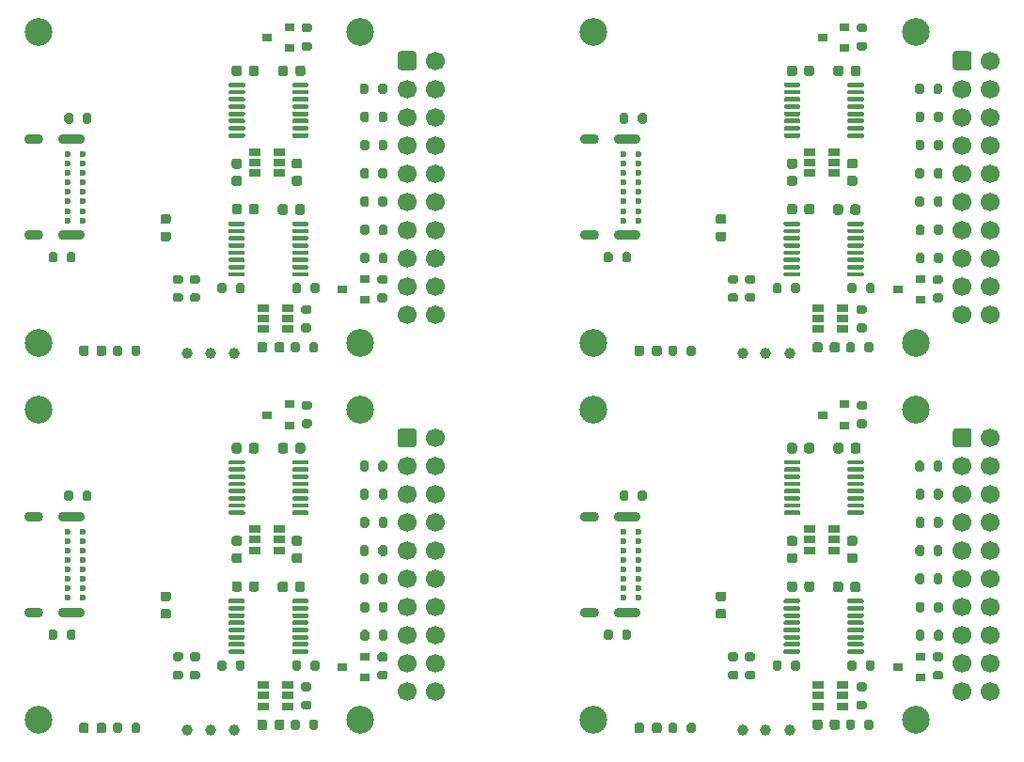
<source format=gts>
G04 #@! TF.GenerationSoftware,KiCad,Pcbnew,(5.1.10-1-10_14)*
G04 #@! TF.CreationDate,2021-09-04T17:53:57+09:00*
G04 #@! TF.ProjectId,ft2232_jtag_tap,66743232-3332-45f6-9a74-61675f746170,rev?*
G04 #@! TF.SameCoordinates,Original*
G04 #@! TF.FileFunction,Soldermask,Top*
G04 #@! TF.FilePolarity,Negative*
%FSLAX46Y46*%
G04 Gerber Fmt 4.6, Leading zero omitted, Abs format (unit mm)*
G04 Created by KiCad (PCBNEW (5.1.10-1-10_14)) date 2021-09-04 17:53:57*
%MOMM*%
%LPD*%
G01*
G04 APERTURE LIST*
%ADD10C,1.700000*%
%ADD11R,1.060000X0.650000*%
%ADD12R,0.900000X0.800000*%
%ADD13C,2.500000*%
%ADD14C,0.600000*%
%ADD15O,2.400000X0.900000*%
%ADD16O,1.700000X0.900000*%
%ADD17C,1.000000*%
G04 APERTURE END LIST*
G36*
G01*
X135350000Y-140180000D02*
X135350000Y-138980000D01*
G75*
G02*
X135600000Y-138730000I250000J0D01*
G01*
X136800000Y-138730000D01*
G75*
G02*
X137050000Y-138980000I0J-250000D01*
G01*
X137050000Y-140180000D01*
G75*
G02*
X136800000Y-140430000I-250000J0D01*
G01*
X135600000Y-140430000D01*
G75*
G02*
X135350000Y-140180000I0J250000D01*
G01*
G37*
D10*
X136200000Y-142120000D03*
X136200000Y-144660000D03*
X136200000Y-147200000D03*
X136200000Y-149740000D03*
X136200000Y-152280000D03*
X136200000Y-154820000D03*
X136200000Y-157360000D03*
X136200000Y-159900000D03*
X136200000Y-162440000D03*
X138740000Y-139580000D03*
X138740000Y-142120000D03*
X138740000Y-144660000D03*
X138740000Y-147200000D03*
X138740000Y-149740000D03*
X138740000Y-152280000D03*
X138740000Y-154820000D03*
X138740000Y-157360000D03*
X138740000Y-159900000D03*
X138740000Y-162440000D03*
G36*
G01*
X85350000Y-140180000D02*
X85350000Y-138980000D01*
G75*
G02*
X85600000Y-138730000I250000J0D01*
G01*
X86800000Y-138730000D01*
G75*
G02*
X87050000Y-138980000I0J-250000D01*
G01*
X87050000Y-140180000D01*
G75*
G02*
X86800000Y-140430000I-250000J0D01*
G01*
X85600000Y-140430000D01*
G75*
G02*
X85350000Y-140180000I0J250000D01*
G01*
G37*
X86200000Y-142120000D03*
X86200000Y-144660000D03*
X86200000Y-147200000D03*
X86200000Y-149740000D03*
X86200000Y-152280000D03*
X86200000Y-154820000D03*
X86200000Y-157360000D03*
X86200000Y-159900000D03*
X86200000Y-162440000D03*
X88740000Y-139580000D03*
X88740000Y-142120000D03*
X88740000Y-144660000D03*
X88740000Y-147200000D03*
X88740000Y-149740000D03*
X88740000Y-152280000D03*
X88740000Y-154820000D03*
X88740000Y-157360000D03*
X88740000Y-159900000D03*
X88740000Y-162440000D03*
G36*
G01*
X135350000Y-106180000D02*
X135350000Y-104980000D01*
G75*
G02*
X135600000Y-104730000I250000J0D01*
G01*
X136800000Y-104730000D01*
G75*
G02*
X137050000Y-104980000I0J-250000D01*
G01*
X137050000Y-106180000D01*
G75*
G02*
X136800000Y-106430000I-250000J0D01*
G01*
X135600000Y-106430000D01*
G75*
G02*
X135350000Y-106180000I0J250000D01*
G01*
G37*
X136200000Y-108120000D03*
X136200000Y-110660000D03*
X136200000Y-113200000D03*
X136200000Y-115740000D03*
X136200000Y-118280000D03*
X136200000Y-120820000D03*
X136200000Y-123360000D03*
X136200000Y-125900000D03*
X136200000Y-128440000D03*
X138740000Y-105580000D03*
X138740000Y-108120000D03*
X138740000Y-110660000D03*
X138740000Y-113200000D03*
X138740000Y-115740000D03*
X138740000Y-118280000D03*
X138740000Y-120820000D03*
X138740000Y-123360000D03*
X138740000Y-125900000D03*
X138740000Y-128440000D03*
G36*
G01*
X109745000Y-165995000D02*
X109745000Y-165445000D01*
G75*
G02*
X109945000Y-165245000I200000J0D01*
G01*
X110345000Y-165245000D01*
G75*
G02*
X110545000Y-165445000I0J-200000D01*
G01*
X110545000Y-165995000D01*
G75*
G02*
X110345000Y-166195000I-200000J0D01*
G01*
X109945000Y-166195000D01*
G75*
G02*
X109745000Y-165995000I0J200000D01*
G01*
G37*
G36*
G01*
X111395000Y-165995000D02*
X111395000Y-165445000D01*
G75*
G02*
X111595000Y-165245000I200000J0D01*
G01*
X111995000Y-165245000D01*
G75*
G02*
X112195000Y-165445000I0J-200000D01*
G01*
X112195000Y-165995000D01*
G75*
G02*
X111995000Y-166195000I-200000J0D01*
G01*
X111595000Y-166195000D01*
G75*
G02*
X111395000Y-165995000I0J200000D01*
G01*
G37*
G36*
G01*
X59745000Y-165995000D02*
X59745000Y-165445000D01*
G75*
G02*
X59945000Y-165245000I200000J0D01*
G01*
X60345000Y-165245000D01*
G75*
G02*
X60545000Y-165445000I0J-200000D01*
G01*
X60545000Y-165995000D01*
G75*
G02*
X60345000Y-166195000I-200000J0D01*
G01*
X59945000Y-166195000D01*
G75*
G02*
X59745000Y-165995000I0J200000D01*
G01*
G37*
G36*
G01*
X61395000Y-165995000D02*
X61395000Y-165445000D01*
G75*
G02*
X61595000Y-165245000I200000J0D01*
G01*
X61995000Y-165245000D01*
G75*
G02*
X62195000Y-165445000I0J-200000D01*
G01*
X62195000Y-165995000D01*
G75*
G02*
X61995000Y-166195000I-200000J0D01*
G01*
X61595000Y-166195000D01*
G75*
G02*
X61395000Y-165995000I0J200000D01*
G01*
G37*
G36*
G01*
X109745000Y-131995000D02*
X109745000Y-131445000D01*
G75*
G02*
X109945000Y-131245000I200000J0D01*
G01*
X110345000Y-131245000D01*
G75*
G02*
X110545000Y-131445000I0J-200000D01*
G01*
X110545000Y-131995000D01*
G75*
G02*
X110345000Y-132195000I-200000J0D01*
G01*
X109945000Y-132195000D01*
G75*
G02*
X109745000Y-131995000I0J200000D01*
G01*
G37*
G36*
G01*
X111395000Y-131995000D02*
X111395000Y-131445000D01*
G75*
G02*
X111595000Y-131245000I200000J0D01*
G01*
X111995000Y-131245000D01*
G75*
G02*
X112195000Y-131445000I0J-200000D01*
G01*
X112195000Y-131995000D01*
G75*
G02*
X111995000Y-132195000I-200000J0D01*
G01*
X111595000Y-132195000D01*
G75*
G02*
X111395000Y-131995000I0J200000D01*
G01*
G37*
G36*
G01*
X105345000Y-145065000D02*
X105345000Y-144515000D01*
G75*
G02*
X105545000Y-144315000I200000J0D01*
G01*
X105945000Y-144315000D01*
G75*
G02*
X106145000Y-144515000I0J-200000D01*
G01*
X106145000Y-145065000D01*
G75*
G02*
X105945000Y-145265000I-200000J0D01*
G01*
X105545000Y-145265000D01*
G75*
G02*
X105345000Y-145065000I0J200000D01*
G01*
G37*
G36*
G01*
X106995000Y-145065000D02*
X106995000Y-144515000D01*
G75*
G02*
X107195000Y-144315000I200000J0D01*
G01*
X107595000Y-144315000D01*
G75*
G02*
X107795000Y-144515000I0J-200000D01*
G01*
X107795000Y-145065000D01*
G75*
G02*
X107595000Y-145265000I-200000J0D01*
G01*
X107195000Y-145265000D01*
G75*
G02*
X106995000Y-145065000I0J200000D01*
G01*
G37*
G36*
G01*
X55345000Y-145065000D02*
X55345000Y-144515000D01*
G75*
G02*
X55545000Y-144315000I200000J0D01*
G01*
X55945000Y-144315000D01*
G75*
G02*
X56145000Y-144515000I0J-200000D01*
G01*
X56145000Y-145065000D01*
G75*
G02*
X55945000Y-145265000I-200000J0D01*
G01*
X55545000Y-145265000D01*
G75*
G02*
X55345000Y-145065000I0J200000D01*
G01*
G37*
G36*
G01*
X56995000Y-145065000D02*
X56995000Y-144515000D01*
G75*
G02*
X57195000Y-144315000I200000J0D01*
G01*
X57595000Y-144315000D01*
G75*
G02*
X57795000Y-144515000I0J-200000D01*
G01*
X57795000Y-145065000D01*
G75*
G02*
X57595000Y-145265000I-200000J0D01*
G01*
X57195000Y-145265000D01*
G75*
G02*
X56995000Y-145065000I0J200000D01*
G01*
G37*
G36*
G01*
X105345000Y-111065000D02*
X105345000Y-110515000D01*
G75*
G02*
X105545000Y-110315000I200000J0D01*
G01*
X105945000Y-110315000D01*
G75*
G02*
X106145000Y-110515000I0J-200000D01*
G01*
X106145000Y-111065000D01*
G75*
G02*
X105945000Y-111265000I-200000J0D01*
G01*
X105545000Y-111265000D01*
G75*
G02*
X105345000Y-111065000I0J200000D01*
G01*
G37*
G36*
G01*
X106995000Y-111065000D02*
X106995000Y-110515000D01*
G75*
G02*
X107195000Y-110315000I200000J0D01*
G01*
X107595000Y-110315000D01*
G75*
G02*
X107795000Y-110515000I0J-200000D01*
G01*
X107795000Y-111065000D01*
G75*
G02*
X107595000Y-111265000I-200000J0D01*
G01*
X107195000Y-111265000D01*
G75*
G02*
X106995000Y-111065000I0J200000D01*
G01*
G37*
G36*
G01*
X106365000Y-157025000D02*
X106365000Y-157575000D01*
G75*
G02*
X106165000Y-157775000I-200000J0D01*
G01*
X105765000Y-157775000D01*
G75*
G02*
X105565000Y-157575000I0J200000D01*
G01*
X105565000Y-157025000D01*
G75*
G02*
X105765000Y-156825000I200000J0D01*
G01*
X106165000Y-156825000D01*
G75*
G02*
X106365000Y-157025000I0J-200000D01*
G01*
G37*
G36*
G01*
X104715000Y-157025000D02*
X104715000Y-157575000D01*
G75*
G02*
X104515000Y-157775000I-200000J0D01*
G01*
X104115000Y-157775000D01*
G75*
G02*
X103915000Y-157575000I0J200000D01*
G01*
X103915000Y-157025000D01*
G75*
G02*
X104115000Y-156825000I200000J0D01*
G01*
X104515000Y-156825000D01*
G75*
G02*
X104715000Y-157025000I0J-200000D01*
G01*
G37*
G36*
G01*
X56365000Y-157025000D02*
X56365000Y-157575000D01*
G75*
G02*
X56165000Y-157775000I-200000J0D01*
G01*
X55765000Y-157775000D01*
G75*
G02*
X55565000Y-157575000I0J200000D01*
G01*
X55565000Y-157025000D01*
G75*
G02*
X55765000Y-156825000I200000J0D01*
G01*
X56165000Y-156825000D01*
G75*
G02*
X56365000Y-157025000I0J-200000D01*
G01*
G37*
G36*
G01*
X54715000Y-157025000D02*
X54715000Y-157575000D01*
G75*
G02*
X54515000Y-157775000I-200000J0D01*
G01*
X54115000Y-157775000D01*
G75*
G02*
X53915000Y-157575000I0J200000D01*
G01*
X53915000Y-157025000D01*
G75*
G02*
X54115000Y-156825000I200000J0D01*
G01*
X54515000Y-156825000D01*
G75*
G02*
X54715000Y-157025000I0J-200000D01*
G01*
G37*
G36*
G01*
X106365000Y-123025000D02*
X106365000Y-123575000D01*
G75*
G02*
X106165000Y-123775000I-200000J0D01*
G01*
X105765000Y-123775000D01*
G75*
G02*
X105565000Y-123575000I0J200000D01*
G01*
X105565000Y-123025000D01*
G75*
G02*
X105765000Y-122825000I200000J0D01*
G01*
X106165000Y-122825000D01*
G75*
G02*
X106365000Y-123025000I0J-200000D01*
G01*
G37*
G36*
G01*
X104715000Y-123025000D02*
X104715000Y-123575000D01*
G75*
G02*
X104515000Y-123775000I-200000J0D01*
G01*
X104115000Y-123775000D01*
G75*
G02*
X103915000Y-123575000I0J200000D01*
G01*
X103915000Y-123025000D01*
G75*
G02*
X104115000Y-122825000I200000J0D01*
G01*
X104515000Y-122825000D01*
G75*
G02*
X104715000Y-123025000I0J-200000D01*
G01*
G37*
G36*
G01*
X116825000Y-158885000D02*
X117375000Y-158885000D01*
G75*
G02*
X117575000Y-159085000I0J-200000D01*
G01*
X117575000Y-159485000D01*
G75*
G02*
X117375000Y-159685000I-200000J0D01*
G01*
X116825000Y-159685000D01*
G75*
G02*
X116625000Y-159485000I0J200000D01*
G01*
X116625000Y-159085000D01*
G75*
G02*
X116825000Y-158885000I200000J0D01*
G01*
G37*
G36*
G01*
X116825000Y-160535000D02*
X117375000Y-160535000D01*
G75*
G02*
X117575000Y-160735000I0J-200000D01*
G01*
X117575000Y-161135000D01*
G75*
G02*
X117375000Y-161335000I-200000J0D01*
G01*
X116825000Y-161335000D01*
G75*
G02*
X116625000Y-161135000I0J200000D01*
G01*
X116625000Y-160735000D01*
G75*
G02*
X116825000Y-160535000I200000J0D01*
G01*
G37*
G36*
G01*
X66825000Y-158885000D02*
X67375000Y-158885000D01*
G75*
G02*
X67575000Y-159085000I0J-200000D01*
G01*
X67575000Y-159485000D01*
G75*
G02*
X67375000Y-159685000I-200000J0D01*
G01*
X66825000Y-159685000D01*
G75*
G02*
X66625000Y-159485000I0J200000D01*
G01*
X66625000Y-159085000D01*
G75*
G02*
X66825000Y-158885000I200000J0D01*
G01*
G37*
G36*
G01*
X66825000Y-160535000D02*
X67375000Y-160535000D01*
G75*
G02*
X67575000Y-160735000I0J-200000D01*
G01*
X67575000Y-161135000D01*
G75*
G02*
X67375000Y-161335000I-200000J0D01*
G01*
X66825000Y-161335000D01*
G75*
G02*
X66625000Y-161135000I0J200000D01*
G01*
X66625000Y-160735000D01*
G75*
G02*
X66825000Y-160535000I200000J0D01*
G01*
G37*
G36*
G01*
X116825000Y-124885000D02*
X117375000Y-124885000D01*
G75*
G02*
X117575000Y-125085000I0J-200000D01*
G01*
X117575000Y-125485000D01*
G75*
G02*
X117375000Y-125685000I-200000J0D01*
G01*
X116825000Y-125685000D01*
G75*
G02*
X116625000Y-125485000I0J200000D01*
G01*
X116625000Y-125085000D01*
G75*
G02*
X116825000Y-124885000I200000J0D01*
G01*
G37*
G36*
G01*
X116825000Y-126535000D02*
X117375000Y-126535000D01*
G75*
G02*
X117575000Y-126735000I0J-200000D01*
G01*
X117575000Y-127135000D01*
G75*
G02*
X117375000Y-127335000I-200000J0D01*
G01*
X116825000Y-127335000D01*
G75*
G02*
X116625000Y-127135000I0J200000D01*
G01*
X116625000Y-126735000D01*
G75*
G02*
X116825000Y-126535000I200000J0D01*
G01*
G37*
G36*
G01*
X128185000Y-165135000D02*
X128185000Y-165685000D01*
G75*
G02*
X127985000Y-165885000I-200000J0D01*
G01*
X127585000Y-165885000D01*
G75*
G02*
X127385000Y-165685000I0J200000D01*
G01*
X127385000Y-165135000D01*
G75*
G02*
X127585000Y-164935000I200000J0D01*
G01*
X127985000Y-164935000D01*
G75*
G02*
X128185000Y-165135000I0J-200000D01*
G01*
G37*
G36*
G01*
X126535000Y-165135000D02*
X126535000Y-165685000D01*
G75*
G02*
X126335000Y-165885000I-200000J0D01*
G01*
X125935000Y-165885000D01*
G75*
G02*
X125735000Y-165685000I0J200000D01*
G01*
X125735000Y-165135000D01*
G75*
G02*
X125935000Y-164935000I200000J0D01*
G01*
X126335000Y-164935000D01*
G75*
G02*
X126535000Y-165135000I0J-200000D01*
G01*
G37*
G36*
G01*
X78185000Y-165135000D02*
X78185000Y-165685000D01*
G75*
G02*
X77985000Y-165885000I-200000J0D01*
G01*
X77585000Y-165885000D01*
G75*
G02*
X77385000Y-165685000I0J200000D01*
G01*
X77385000Y-165135000D01*
G75*
G02*
X77585000Y-164935000I200000J0D01*
G01*
X77985000Y-164935000D01*
G75*
G02*
X78185000Y-165135000I0J-200000D01*
G01*
G37*
G36*
G01*
X76535000Y-165135000D02*
X76535000Y-165685000D01*
G75*
G02*
X76335000Y-165885000I-200000J0D01*
G01*
X75935000Y-165885000D01*
G75*
G02*
X75735000Y-165685000I0J200000D01*
G01*
X75735000Y-165135000D01*
G75*
G02*
X75935000Y-164935000I200000J0D01*
G01*
X76335000Y-164935000D01*
G75*
G02*
X76535000Y-165135000I0J-200000D01*
G01*
G37*
G36*
G01*
X128185000Y-131135000D02*
X128185000Y-131685000D01*
G75*
G02*
X127985000Y-131885000I-200000J0D01*
G01*
X127585000Y-131885000D01*
G75*
G02*
X127385000Y-131685000I0J200000D01*
G01*
X127385000Y-131135000D01*
G75*
G02*
X127585000Y-130935000I200000J0D01*
G01*
X127985000Y-130935000D01*
G75*
G02*
X128185000Y-131135000I0J-200000D01*
G01*
G37*
G36*
G01*
X126535000Y-131135000D02*
X126535000Y-131685000D01*
G75*
G02*
X126335000Y-131885000I-200000J0D01*
G01*
X125935000Y-131885000D01*
G75*
G02*
X125735000Y-131685000I0J200000D01*
G01*
X125735000Y-131135000D01*
G75*
G02*
X125935000Y-130935000I200000J0D01*
G01*
X126335000Y-130935000D01*
G75*
G02*
X126535000Y-131135000I0J-200000D01*
G01*
G37*
G36*
G01*
X126855000Y-161615000D02*
X127405000Y-161615000D01*
G75*
G02*
X127605000Y-161815000I0J-200000D01*
G01*
X127605000Y-162215000D01*
G75*
G02*
X127405000Y-162415000I-200000J0D01*
G01*
X126855000Y-162415000D01*
G75*
G02*
X126655000Y-162215000I0J200000D01*
G01*
X126655000Y-161815000D01*
G75*
G02*
X126855000Y-161615000I200000J0D01*
G01*
G37*
G36*
G01*
X126855000Y-163265000D02*
X127405000Y-163265000D01*
G75*
G02*
X127605000Y-163465000I0J-200000D01*
G01*
X127605000Y-163865000D01*
G75*
G02*
X127405000Y-164065000I-200000J0D01*
G01*
X126855000Y-164065000D01*
G75*
G02*
X126655000Y-163865000I0J200000D01*
G01*
X126655000Y-163465000D01*
G75*
G02*
X126855000Y-163265000I200000J0D01*
G01*
G37*
G36*
G01*
X76855000Y-161615000D02*
X77405000Y-161615000D01*
G75*
G02*
X77605000Y-161815000I0J-200000D01*
G01*
X77605000Y-162215000D01*
G75*
G02*
X77405000Y-162415000I-200000J0D01*
G01*
X76855000Y-162415000D01*
G75*
G02*
X76655000Y-162215000I0J200000D01*
G01*
X76655000Y-161815000D01*
G75*
G02*
X76855000Y-161615000I200000J0D01*
G01*
G37*
G36*
G01*
X76855000Y-163265000D02*
X77405000Y-163265000D01*
G75*
G02*
X77605000Y-163465000I0J-200000D01*
G01*
X77605000Y-163865000D01*
G75*
G02*
X77405000Y-164065000I-200000J0D01*
G01*
X76855000Y-164065000D01*
G75*
G02*
X76655000Y-163865000I0J200000D01*
G01*
X76655000Y-163465000D01*
G75*
G02*
X76855000Y-163265000I200000J0D01*
G01*
G37*
G36*
G01*
X126855000Y-127615000D02*
X127405000Y-127615000D01*
G75*
G02*
X127605000Y-127815000I0J-200000D01*
G01*
X127605000Y-128215000D01*
G75*
G02*
X127405000Y-128415000I-200000J0D01*
G01*
X126855000Y-128415000D01*
G75*
G02*
X126655000Y-128215000I0J200000D01*
G01*
X126655000Y-127815000D01*
G75*
G02*
X126855000Y-127615000I200000J0D01*
G01*
G37*
G36*
G01*
X126855000Y-129265000D02*
X127405000Y-129265000D01*
G75*
G02*
X127605000Y-129465000I0J-200000D01*
G01*
X127605000Y-129865000D01*
G75*
G02*
X127405000Y-130065000I-200000J0D01*
G01*
X126855000Y-130065000D01*
G75*
G02*
X126655000Y-129865000I0J200000D01*
G01*
X126655000Y-129465000D01*
G75*
G02*
X126855000Y-129265000I200000J0D01*
G01*
G37*
G36*
G01*
X115295000Y-158885000D02*
X115845000Y-158885000D01*
G75*
G02*
X116045000Y-159085000I0J-200000D01*
G01*
X116045000Y-159485000D01*
G75*
G02*
X115845000Y-159685000I-200000J0D01*
G01*
X115295000Y-159685000D01*
G75*
G02*
X115095000Y-159485000I0J200000D01*
G01*
X115095000Y-159085000D01*
G75*
G02*
X115295000Y-158885000I200000J0D01*
G01*
G37*
G36*
G01*
X115295000Y-160535000D02*
X115845000Y-160535000D01*
G75*
G02*
X116045000Y-160735000I0J-200000D01*
G01*
X116045000Y-161135000D01*
G75*
G02*
X115845000Y-161335000I-200000J0D01*
G01*
X115295000Y-161335000D01*
G75*
G02*
X115095000Y-161135000I0J200000D01*
G01*
X115095000Y-160735000D01*
G75*
G02*
X115295000Y-160535000I200000J0D01*
G01*
G37*
G36*
G01*
X65295000Y-158885000D02*
X65845000Y-158885000D01*
G75*
G02*
X66045000Y-159085000I0J-200000D01*
G01*
X66045000Y-159485000D01*
G75*
G02*
X65845000Y-159685000I-200000J0D01*
G01*
X65295000Y-159685000D01*
G75*
G02*
X65095000Y-159485000I0J200000D01*
G01*
X65095000Y-159085000D01*
G75*
G02*
X65295000Y-158885000I200000J0D01*
G01*
G37*
G36*
G01*
X65295000Y-160535000D02*
X65845000Y-160535000D01*
G75*
G02*
X66045000Y-160735000I0J-200000D01*
G01*
X66045000Y-161135000D01*
G75*
G02*
X65845000Y-161335000I-200000J0D01*
G01*
X65295000Y-161335000D01*
G75*
G02*
X65095000Y-161135000I0J200000D01*
G01*
X65095000Y-160735000D01*
G75*
G02*
X65295000Y-160535000I200000J0D01*
G01*
G37*
G36*
G01*
X115295000Y-124885000D02*
X115845000Y-124885000D01*
G75*
G02*
X116045000Y-125085000I0J-200000D01*
G01*
X116045000Y-125485000D01*
G75*
G02*
X115845000Y-125685000I-200000J0D01*
G01*
X115295000Y-125685000D01*
G75*
G02*
X115095000Y-125485000I0J200000D01*
G01*
X115095000Y-125085000D01*
G75*
G02*
X115295000Y-124885000I200000J0D01*
G01*
G37*
G36*
G01*
X115295000Y-126535000D02*
X115845000Y-126535000D01*
G75*
G02*
X116045000Y-126735000I0J-200000D01*
G01*
X116045000Y-127135000D01*
G75*
G02*
X115845000Y-127335000I-200000J0D01*
G01*
X115295000Y-127335000D01*
G75*
G02*
X115095000Y-127135000I0J200000D01*
G01*
X115095000Y-126735000D01*
G75*
G02*
X115295000Y-126535000I200000J0D01*
G01*
G37*
D11*
X125450000Y-163760000D03*
X125450000Y-162810000D03*
X125450000Y-161860000D03*
X123250000Y-161860000D03*
X123250000Y-163760000D03*
X123250000Y-162810000D03*
X75450000Y-163760000D03*
X75450000Y-162810000D03*
X75450000Y-161860000D03*
X73250000Y-161860000D03*
X73250000Y-163760000D03*
X73250000Y-162810000D03*
X125450000Y-129760000D03*
X125450000Y-128810000D03*
X125450000Y-127860000D03*
X123250000Y-127860000D03*
X123250000Y-129760000D03*
X123250000Y-128810000D03*
D12*
X125610000Y-138450000D03*
X125610000Y-136550000D03*
X123610000Y-137500000D03*
X75610000Y-138450000D03*
X75610000Y-136550000D03*
X73610000Y-137500000D03*
X125610000Y-104450000D03*
X125610000Y-102550000D03*
X123610000Y-103500000D03*
X132410000Y-161160000D03*
X132410000Y-159260000D03*
X130410000Y-160210000D03*
X82410000Y-161160000D03*
X82410000Y-159260000D03*
X80410000Y-160210000D03*
X132410000Y-127160000D03*
X132410000Y-125260000D03*
X130410000Y-126210000D03*
G36*
G01*
X121585000Y-159815000D02*
X121585000Y-160365000D01*
G75*
G02*
X121385000Y-160565000I-200000J0D01*
G01*
X120985000Y-160565000D01*
G75*
G02*
X120785000Y-160365000I0J200000D01*
G01*
X120785000Y-159815000D01*
G75*
G02*
X120985000Y-159615000I200000J0D01*
G01*
X121385000Y-159615000D01*
G75*
G02*
X121585000Y-159815000I0J-200000D01*
G01*
G37*
G36*
G01*
X119935000Y-159815000D02*
X119935000Y-160365000D01*
G75*
G02*
X119735000Y-160565000I-200000J0D01*
G01*
X119335000Y-160565000D01*
G75*
G02*
X119135000Y-160365000I0J200000D01*
G01*
X119135000Y-159815000D01*
G75*
G02*
X119335000Y-159615000I200000J0D01*
G01*
X119735000Y-159615000D01*
G75*
G02*
X119935000Y-159815000I0J-200000D01*
G01*
G37*
G36*
G01*
X71585000Y-159815000D02*
X71585000Y-160365000D01*
G75*
G02*
X71385000Y-160565000I-200000J0D01*
G01*
X70985000Y-160565000D01*
G75*
G02*
X70785000Y-160365000I0J200000D01*
G01*
X70785000Y-159815000D01*
G75*
G02*
X70985000Y-159615000I200000J0D01*
G01*
X71385000Y-159615000D01*
G75*
G02*
X71585000Y-159815000I0J-200000D01*
G01*
G37*
G36*
G01*
X69935000Y-159815000D02*
X69935000Y-160365000D01*
G75*
G02*
X69735000Y-160565000I-200000J0D01*
G01*
X69335000Y-160565000D01*
G75*
G02*
X69135000Y-160365000I0J200000D01*
G01*
X69135000Y-159815000D01*
G75*
G02*
X69335000Y-159615000I200000J0D01*
G01*
X69735000Y-159615000D01*
G75*
G02*
X69935000Y-159815000I0J-200000D01*
G01*
G37*
G36*
G01*
X121585000Y-125815000D02*
X121585000Y-126365000D01*
G75*
G02*
X121385000Y-126565000I-200000J0D01*
G01*
X120985000Y-126565000D01*
G75*
G02*
X120785000Y-126365000I0J200000D01*
G01*
X120785000Y-125815000D01*
G75*
G02*
X120985000Y-125615000I200000J0D01*
G01*
X121385000Y-125615000D01*
G75*
G02*
X121585000Y-125815000I0J-200000D01*
G01*
G37*
G36*
G01*
X119935000Y-125815000D02*
X119935000Y-126365000D01*
G75*
G02*
X119735000Y-126565000I-200000J0D01*
G01*
X119335000Y-126565000D01*
G75*
G02*
X119135000Y-126365000I0J200000D01*
G01*
X119135000Y-125815000D01*
G75*
G02*
X119335000Y-125615000I200000J0D01*
G01*
X119735000Y-125615000D01*
G75*
G02*
X119935000Y-125815000I0J-200000D01*
G01*
G37*
G36*
G01*
X128315000Y-159795000D02*
X128315000Y-160345000D01*
G75*
G02*
X128115000Y-160545000I-200000J0D01*
G01*
X127715000Y-160545000D01*
G75*
G02*
X127515000Y-160345000I0J200000D01*
G01*
X127515000Y-159795000D01*
G75*
G02*
X127715000Y-159595000I200000J0D01*
G01*
X128115000Y-159595000D01*
G75*
G02*
X128315000Y-159795000I0J-200000D01*
G01*
G37*
G36*
G01*
X126665000Y-159795000D02*
X126665000Y-160345000D01*
G75*
G02*
X126465000Y-160545000I-200000J0D01*
G01*
X126065000Y-160545000D01*
G75*
G02*
X125865000Y-160345000I0J200000D01*
G01*
X125865000Y-159795000D01*
G75*
G02*
X126065000Y-159595000I200000J0D01*
G01*
X126465000Y-159595000D01*
G75*
G02*
X126665000Y-159795000I0J-200000D01*
G01*
G37*
G36*
G01*
X78315000Y-159795000D02*
X78315000Y-160345000D01*
G75*
G02*
X78115000Y-160545000I-200000J0D01*
G01*
X77715000Y-160545000D01*
G75*
G02*
X77515000Y-160345000I0J200000D01*
G01*
X77515000Y-159795000D01*
G75*
G02*
X77715000Y-159595000I200000J0D01*
G01*
X78115000Y-159595000D01*
G75*
G02*
X78315000Y-159795000I0J-200000D01*
G01*
G37*
G36*
G01*
X76665000Y-159795000D02*
X76665000Y-160345000D01*
G75*
G02*
X76465000Y-160545000I-200000J0D01*
G01*
X76065000Y-160545000D01*
G75*
G02*
X75865000Y-160345000I0J200000D01*
G01*
X75865000Y-159795000D01*
G75*
G02*
X76065000Y-159595000I200000J0D01*
G01*
X76465000Y-159595000D01*
G75*
G02*
X76665000Y-159795000I0J-200000D01*
G01*
G37*
G36*
G01*
X128315000Y-125795000D02*
X128315000Y-126345000D01*
G75*
G02*
X128115000Y-126545000I-200000J0D01*
G01*
X127715000Y-126545000D01*
G75*
G02*
X127515000Y-126345000I0J200000D01*
G01*
X127515000Y-125795000D01*
G75*
G02*
X127715000Y-125595000I200000J0D01*
G01*
X128115000Y-125595000D01*
G75*
G02*
X128315000Y-125795000I0J-200000D01*
G01*
G37*
G36*
G01*
X126665000Y-125795000D02*
X126665000Y-126345000D01*
G75*
G02*
X126465000Y-126545000I-200000J0D01*
G01*
X126065000Y-126545000D01*
G75*
G02*
X125865000Y-126345000I0J200000D01*
G01*
X125865000Y-125795000D01*
G75*
G02*
X126065000Y-125595000I200000J0D01*
G01*
X126465000Y-125595000D01*
G75*
G02*
X126665000Y-125795000I0J-200000D01*
G01*
G37*
G36*
G01*
X126895000Y-136235000D02*
X127445000Y-136235000D01*
G75*
G02*
X127645000Y-136435000I0J-200000D01*
G01*
X127645000Y-136835000D01*
G75*
G02*
X127445000Y-137035000I-200000J0D01*
G01*
X126895000Y-137035000D01*
G75*
G02*
X126695000Y-136835000I0J200000D01*
G01*
X126695000Y-136435000D01*
G75*
G02*
X126895000Y-136235000I200000J0D01*
G01*
G37*
G36*
G01*
X126895000Y-137885000D02*
X127445000Y-137885000D01*
G75*
G02*
X127645000Y-138085000I0J-200000D01*
G01*
X127645000Y-138485000D01*
G75*
G02*
X127445000Y-138685000I-200000J0D01*
G01*
X126895000Y-138685000D01*
G75*
G02*
X126695000Y-138485000I0J200000D01*
G01*
X126695000Y-138085000D01*
G75*
G02*
X126895000Y-137885000I200000J0D01*
G01*
G37*
G36*
G01*
X76895000Y-136235000D02*
X77445000Y-136235000D01*
G75*
G02*
X77645000Y-136435000I0J-200000D01*
G01*
X77645000Y-136835000D01*
G75*
G02*
X77445000Y-137035000I-200000J0D01*
G01*
X76895000Y-137035000D01*
G75*
G02*
X76695000Y-136835000I0J200000D01*
G01*
X76695000Y-136435000D01*
G75*
G02*
X76895000Y-136235000I200000J0D01*
G01*
G37*
G36*
G01*
X76895000Y-137885000D02*
X77445000Y-137885000D01*
G75*
G02*
X77645000Y-138085000I0J-200000D01*
G01*
X77645000Y-138485000D01*
G75*
G02*
X77445000Y-138685000I-200000J0D01*
G01*
X76895000Y-138685000D01*
G75*
G02*
X76695000Y-138485000I0J200000D01*
G01*
X76695000Y-138085000D01*
G75*
G02*
X76895000Y-137885000I200000J0D01*
G01*
G37*
G36*
G01*
X126895000Y-102235000D02*
X127445000Y-102235000D01*
G75*
G02*
X127645000Y-102435000I0J-200000D01*
G01*
X127645000Y-102835000D01*
G75*
G02*
X127445000Y-103035000I-200000J0D01*
G01*
X126895000Y-103035000D01*
G75*
G02*
X126695000Y-102835000I0J200000D01*
G01*
X126695000Y-102435000D01*
G75*
G02*
X126895000Y-102235000I200000J0D01*
G01*
G37*
G36*
G01*
X126895000Y-103885000D02*
X127445000Y-103885000D01*
G75*
G02*
X127645000Y-104085000I0J-200000D01*
G01*
X127645000Y-104485000D01*
G75*
G02*
X127445000Y-104685000I-200000J0D01*
G01*
X126895000Y-104685000D01*
G75*
G02*
X126695000Y-104485000I0J200000D01*
G01*
X126695000Y-104085000D01*
G75*
G02*
X126895000Y-103885000I200000J0D01*
G01*
G37*
G36*
G01*
X133725000Y-158915000D02*
X134275000Y-158915000D01*
G75*
G02*
X134475000Y-159115000I0J-200000D01*
G01*
X134475000Y-159515000D01*
G75*
G02*
X134275000Y-159715000I-200000J0D01*
G01*
X133725000Y-159715000D01*
G75*
G02*
X133525000Y-159515000I0J200000D01*
G01*
X133525000Y-159115000D01*
G75*
G02*
X133725000Y-158915000I200000J0D01*
G01*
G37*
G36*
G01*
X133725000Y-160565000D02*
X134275000Y-160565000D01*
G75*
G02*
X134475000Y-160765000I0J-200000D01*
G01*
X134475000Y-161165000D01*
G75*
G02*
X134275000Y-161365000I-200000J0D01*
G01*
X133725000Y-161365000D01*
G75*
G02*
X133525000Y-161165000I0J200000D01*
G01*
X133525000Y-160765000D01*
G75*
G02*
X133725000Y-160565000I200000J0D01*
G01*
G37*
G36*
G01*
X83725000Y-158915000D02*
X84275000Y-158915000D01*
G75*
G02*
X84475000Y-159115000I0J-200000D01*
G01*
X84475000Y-159515000D01*
G75*
G02*
X84275000Y-159715000I-200000J0D01*
G01*
X83725000Y-159715000D01*
G75*
G02*
X83525000Y-159515000I0J200000D01*
G01*
X83525000Y-159115000D01*
G75*
G02*
X83725000Y-158915000I200000J0D01*
G01*
G37*
G36*
G01*
X83725000Y-160565000D02*
X84275000Y-160565000D01*
G75*
G02*
X84475000Y-160765000I0J-200000D01*
G01*
X84475000Y-161165000D01*
G75*
G02*
X84275000Y-161365000I-200000J0D01*
G01*
X83725000Y-161365000D01*
G75*
G02*
X83525000Y-161165000I0J200000D01*
G01*
X83525000Y-160765000D01*
G75*
G02*
X83725000Y-160565000I200000J0D01*
G01*
G37*
G36*
G01*
X133725000Y-124915000D02*
X134275000Y-124915000D01*
G75*
G02*
X134475000Y-125115000I0J-200000D01*
G01*
X134475000Y-125515000D01*
G75*
G02*
X134275000Y-125715000I-200000J0D01*
G01*
X133725000Y-125715000D01*
G75*
G02*
X133525000Y-125515000I0J200000D01*
G01*
X133525000Y-125115000D01*
G75*
G02*
X133725000Y-124915000I200000J0D01*
G01*
G37*
G36*
G01*
X133725000Y-126565000D02*
X134275000Y-126565000D01*
G75*
G02*
X134475000Y-126765000I0J-200000D01*
G01*
X134475000Y-127165000D01*
G75*
G02*
X134275000Y-127365000I-200000J0D01*
G01*
X133725000Y-127365000D01*
G75*
G02*
X133525000Y-127165000I0J200000D01*
G01*
X133525000Y-126765000D01*
G75*
G02*
X133725000Y-126565000I200000J0D01*
G01*
G37*
G36*
G01*
X131955000Y-142395000D02*
X131955000Y-141845000D01*
G75*
G02*
X132155000Y-141645000I200000J0D01*
G01*
X132555000Y-141645000D01*
G75*
G02*
X132755000Y-141845000I0J-200000D01*
G01*
X132755000Y-142395000D01*
G75*
G02*
X132555000Y-142595000I-200000J0D01*
G01*
X132155000Y-142595000D01*
G75*
G02*
X131955000Y-142395000I0J200000D01*
G01*
G37*
G36*
G01*
X133605000Y-142395000D02*
X133605000Y-141845000D01*
G75*
G02*
X133805000Y-141645000I200000J0D01*
G01*
X134205000Y-141645000D01*
G75*
G02*
X134405000Y-141845000I0J-200000D01*
G01*
X134405000Y-142395000D01*
G75*
G02*
X134205000Y-142595000I-200000J0D01*
G01*
X133805000Y-142595000D01*
G75*
G02*
X133605000Y-142395000I0J200000D01*
G01*
G37*
G36*
G01*
X81955000Y-142395000D02*
X81955000Y-141845000D01*
G75*
G02*
X82155000Y-141645000I200000J0D01*
G01*
X82555000Y-141645000D01*
G75*
G02*
X82755000Y-141845000I0J-200000D01*
G01*
X82755000Y-142395000D01*
G75*
G02*
X82555000Y-142595000I-200000J0D01*
G01*
X82155000Y-142595000D01*
G75*
G02*
X81955000Y-142395000I0J200000D01*
G01*
G37*
G36*
G01*
X83605000Y-142395000D02*
X83605000Y-141845000D01*
G75*
G02*
X83805000Y-141645000I200000J0D01*
G01*
X84205000Y-141645000D01*
G75*
G02*
X84405000Y-141845000I0J-200000D01*
G01*
X84405000Y-142395000D01*
G75*
G02*
X84205000Y-142595000I-200000J0D01*
G01*
X83805000Y-142595000D01*
G75*
G02*
X83605000Y-142395000I0J200000D01*
G01*
G37*
G36*
G01*
X131955000Y-108395000D02*
X131955000Y-107845000D01*
G75*
G02*
X132155000Y-107645000I200000J0D01*
G01*
X132555000Y-107645000D01*
G75*
G02*
X132755000Y-107845000I0J-200000D01*
G01*
X132755000Y-108395000D01*
G75*
G02*
X132555000Y-108595000I-200000J0D01*
G01*
X132155000Y-108595000D01*
G75*
G02*
X131955000Y-108395000I0J200000D01*
G01*
G37*
G36*
G01*
X133605000Y-108395000D02*
X133605000Y-107845000D01*
G75*
G02*
X133805000Y-107645000I200000J0D01*
G01*
X134205000Y-107645000D01*
G75*
G02*
X134405000Y-107845000I0J-200000D01*
G01*
X134405000Y-108395000D01*
G75*
G02*
X134205000Y-108595000I-200000J0D01*
G01*
X133805000Y-108595000D01*
G75*
G02*
X133605000Y-108395000I0J200000D01*
G01*
G37*
G36*
G01*
X132005000Y-157635000D02*
X132005000Y-157085000D01*
G75*
G02*
X132205000Y-156885000I200000J0D01*
G01*
X132605000Y-156885000D01*
G75*
G02*
X132805000Y-157085000I0J-200000D01*
G01*
X132805000Y-157635000D01*
G75*
G02*
X132605000Y-157835000I-200000J0D01*
G01*
X132205000Y-157835000D01*
G75*
G02*
X132005000Y-157635000I0J200000D01*
G01*
G37*
G36*
G01*
X133655000Y-157635000D02*
X133655000Y-157085000D01*
G75*
G02*
X133855000Y-156885000I200000J0D01*
G01*
X134255000Y-156885000D01*
G75*
G02*
X134455000Y-157085000I0J-200000D01*
G01*
X134455000Y-157635000D01*
G75*
G02*
X134255000Y-157835000I-200000J0D01*
G01*
X133855000Y-157835000D01*
G75*
G02*
X133655000Y-157635000I0J200000D01*
G01*
G37*
G36*
G01*
X82005000Y-157635000D02*
X82005000Y-157085000D01*
G75*
G02*
X82205000Y-156885000I200000J0D01*
G01*
X82605000Y-156885000D01*
G75*
G02*
X82805000Y-157085000I0J-200000D01*
G01*
X82805000Y-157635000D01*
G75*
G02*
X82605000Y-157835000I-200000J0D01*
G01*
X82205000Y-157835000D01*
G75*
G02*
X82005000Y-157635000I0J200000D01*
G01*
G37*
G36*
G01*
X83655000Y-157635000D02*
X83655000Y-157085000D01*
G75*
G02*
X83855000Y-156885000I200000J0D01*
G01*
X84255000Y-156885000D01*
G75*
G02*
X84455000Y-157085000I0J-200000D01*
G01*
X84455000Y-157635000D01*
G75*
G02*
X84255000Y-157835000I-200000J0D01*
G01*
X83855000Y-157835000D01*
G75*
G02*
X83655000Y-157635000I0J200000D01*
G01*
G37*
G36*
G01*
X132005000Y-123635000D02*
X132005000Y-123085000D01*
G75*
G02*
X132205000Y-122885000I200000J0D01*
G01*
X132605000Y-122885000D01*
G75*
G02*
X132805000Y-123085000I0J-200000D01*
G01*
X132805000Y-123635000D01*
G75*
G02*
X132605000Y-123835000I-200000J0D01*
G01*
X132205000Y-123835000D01*
G75*
G02*
X132005000Y-123635000I0J200000D01*
G01*
G37*
G36*
G01*
X133655000Y-123635000D02*
X133655000Y-123085000D01*
G75*
G02*
X133855000Y-122885000I200000J0D01*
G01*
X134255000Y-122885000D01*
G75*
G02*
X134455000Y-123085000I0J-200000D01*
G01*
X134455000Y-123635000D01*
G75*
G02*
X134255000Y-123835000I-200000J0D01*
G01*
X133855000Y-123835000D01*
G75*
G02*
X133655000Y-123635000I0J200000D01*
G01*
G37*
G36*
G01*
X131975000Y-152555000D02*
X131975000Y-152005000D01*
G75*
G02*
X132175000Y-151805000I200000J0D01*
G01*
X132575000Y-151805000D01*
G75*
G02*
X132775000Y-152005000I0J-200000D01*
G01*
X132775000Y-152555000D01*
G75*
G02*
X132575000Y-152755000I-200000J0D01*
G01*
X132175000Y-152755000D01*
G75*
G02*
X131975000Y-152555000I0J200000D01*
G01*
G37*
G36*
G01*
X133625000Y-152555000D02*
X133625000Y-152005000D01*
G75*
G02*
X133825000Y-151805000I200000J0D01*
G01*
X134225000Y-151805000D01*
G75*
G02*
X134425000Y-152005000I0J-200000D01*
G01*
X134425000Y-152555000D01*
G75*
G02*
X134225000Y-152755000I-200000J0D01*
G01*
X133825000Y-152755000D01*
G75*
G02*
X133625000Y-152555000I0J200000D01*
G01*
G37*
G36*
G01*
X81975000Y-152555000D02*
X81975000Y-152005000D01*
G75*
G02*
X82175000Y-151805000I200000J0D01*
G01*
X82575000Y-151805000D01*
G75*
G02*
X82775000Y-152005000I0J-200000D01*
G01*
X82775000Y-152555000D01*
G75*
G02*
X82575000Y-152755000I-200000J0D01*
G01*
X82175000Y-152755000D01*
G75*
G02*
X81975000Y-152555000I0J200000D01*
G01*
G37*
G36*
G01*
X83625000Y-152555000D02*
X83625000Y-152005000D01*
G75*
G02*
X83825000Y-151805000I200000J0D01*
G01*
X84225000Y-151805000D01*
G75*
G02*
X84425000Y-152005000I0J-200000D01*
G01*
X84425000Y-152555000D01*
G75*
G02*
X84225000Y-152755000I-200000J0D01*
G01*
X83825000Y-152755000D01*
G75*
G02*
X83625000Y-152555000I0J200000D01*
G01*
G37*
G36*
G01*
X131975000Y-118555000D02*
X131975000Y-118005000D01*
G75*
G02*
X132175000Y-117805000I200000J0D01*
G01*
X132575000Y-117805000D01*
G75*
G02*
X132775000Y-118005000I0J-200000D01*
G01*
X132775000Y-118555000D01*
G75*
G02*
X132575000Y-118755000I-200000J0D01*
G01*
X132175000Y-118755000D01*
G75*
G02*
X131975000Y-118555000I0J200000D01*
G01*
G37*
G36*
G01*
X133625000Y-118555000D02*
X133625000Y-118005000D01*
G75*
G02*
X133825000Y-117805000I200000J0D01*
G01*
X134225000Y-117805000D01*
G75*
G02*
X134425000Y-118005000I0J-200000D01*
G01*
X134425000Y-118555000D01*
G75*
G02*
X134225000Y-118755000I-200000J0D01*
G01*
X133825000Y-118755000D01*
G75*
G02*
X133625000Y-118555000I0J200000D01*
G01*
G37*
G36*
G01*
X131975000Y-150015000D02*
X131975000Y-149465000D01*
G75*
G02*
X132175000Y-149265000I200000J0D01*
G01*
X132575000Y-149265000D01*
G75*
G02*
X132775000Y-149465000I0J-200000D01*
G01*
X132775000Y-150015000D01*
G75*
G02*
X132575000Y-150215000I-200000J0D01*
G01*
X132175000Y-150215000D01*
G75*
G02*
X131975000Y-150015000I0J200000D01*
G01*
G37*
G36*
G01*
X133625000Y-150015000D02*
X133625000Y-149465000D01*
G75*
G02*
X133825000Y-149265000I200000J0D01*
G01*
X134225000Y-149265000D01*
G75*
G02*
X134425000Y-149465000I0J-200000D01*
G01*
X134425000Y-150015000D01*
G75*
G02*
X134225000Y-150215000I-200000J0D01*
G01*
X133825000Y-150215000D01*
G75*
G02*
X133625000Y-150015000I0J200000D01*
G01*
G37*
G36*
G01*
X81975000Y-150015000D02*
X81975000Y-149465000D01*
G75*
G02*
X82175000Y-149265000I200000J0D01*
G01*
X82575000Y-149265000D01*
G75*
G02*
X82775000Y-149465000I0J-200000D01*
G01*
X82775000Y-150015000D01*
G75*
G02*
X82575000Y-150215000I-200000J0D01*
G01*
X82175000Y-150215000D01*
G75*
G02*
X81975000Y-150015000I0J200000D01*
G01*
G37*
G36*
G01*
X83625000Y-150015000D02*
X83625000Y-149465000D01*
G75*
G02*
X83825000Y-149265000I200000J0D01*
G01*
X84225000Y-149265000D01*
G75*
G02*
X84425000Y-149465000I0J-200000D01*
G01*
X84425000Y-150015000D01*
G75*
G02*
X84225000Y-150215000I-200000J0D01*
G01*
X83825000Y-150215000D01*
G75*
G02*
X83625000Y-150015000I0J200000D01*
G01*
G37*
G36*
G01*
X131975000Y-116015000D02*
X131975000Y-115465000D01*
G75*
G02*
X132175000Y-115265000I200000J0D01*
G01*
X132575000Y-115265000D01*
G75*
G02*
X132775000Y-115465000I0J-200000D01*
G01*
X132775000Y-116015000D01*
G75*
G02*
X132575000Y-116215000I-200000J0D01*
G01*
X132175000Y-116215000D01*
G75*
G02*
X131975000Y-116015000I0J200000D01*
G01*
G37*
G36*
G01*
X133625000Y-116015000D02*
X133625000Y-115465000D01*
G75*
G02*
X133825000Y-115265000I200000J0D01*
G01*
X134225000Y-115265000D01*
G75*
G02*
X134425000Y-115465000I0J-200000D01*
G01*
X134425000Y-116015000D01*
G75*
G02*
X134225000Y-116215000I-200000J0D01*
G01*
X133825000Y-116215000D01*
G75*
G02*
X133625000Y-116015000I0J200000D01*
G01*
G37*
G36*
G01*
X131995000Y-147465000D02*
X131995000Y-146915000D01*
G75*
G02*
X132195000Y-146715000I200000J0D01*
G01*
X132595000Y-146715000D01*
G75*
G02*
X132795000Y-146915000I0J-200000D01*
G01*
X132795000Y-147465000D01*
G75*
G02*
X132595000Y-147665000I-200000J0D01*
G01*
X132195000Y-147665000D01*
G75*
G02*
X131995000Y-147465000I0J200000D01*
G01*
G37*
G36*
G01*
X133645000Y-147465000D02*
X133645000Y-146915000D01*
G75*
G02*
X133845000Y-146715000I200000J0D01*
G01*
X134245000Y-146715000D01*
G75*
G02*
X134445000Y-146915000I0J-200000D01*
G01*
X134445000Y-147465000D01*
G75*
G02*
X134245000Y-147665000I-200000J0D01*
G01*
X133845000Y-147665000D01*
G75*
G02*
X133645000Y-147465000I0J200000D01*
G01*
G37*
G36*
G01*
X81995000Y-147465000D02*
X81995000Y-146915000D01*
G75*
G02*
X82195000Y-146715000I200000J0D01*
G01*
X82595000Y-146715000D01*
G75*
G02*
X82795000Y-146915000I0J-200000D01*
G01*
X82795000Y-147465000D01*
G75*
G02*
X82595000Y-147665000I-200000J0D01*
G01*
X82195000Y-147665000D01*
G75*
G02*
X81995000Y-147465000I0J200000D01*
G01*
G37*
G36*
G01*
X83645000Y-147465000D02*
X83645000Y-146915000D01*
G75*
G02*
X83845000Y-146715000I200000J0D01*
G01*
X84245000Y-146715000D01*
G75*
G02*
X84445000Y-146915000I0J-200000D01*
G01*
X84445000Y-147465000D01*
G75*
G02*
X84245000Y-147665000I-200000J0D01*
G01*
X83845000Y-147665000D01*
G75*
G02*
X83645000Y-147465000I0J200000D01*
G01*
G37*
G36*
G01*
X131995000Y-113465000D02*
X131995000Y-112915000D01*
G75*
G02*
X132195000Y-112715000I200000J0D01*
G01*
X132595000Y-112715000D01*
G75*
G02*
X132795000Y-112915000I0J-200000D01*
G01*
X132795000Y-113465000D01*
G75*
G02*
X132595000Y-113665000I-200000J0D01*
G01*
X132195000Y-113665000D01*
G75*
G02*
X131995000Y-113465000I0J200000D01*
G01*
G37*
G36*
G01*
X133645000Y-113465000D02*
X133645000Y-112915000D01*
G75*
G02*
X133845000Y-112715000I200000J0D01*
G01*
X134245000Y-112715000D01*
G75*
G02*
X134445000Y-112915000I0J-200000D01*
G01*
X134445000Y-113465000D01*
G75*
G02*
X134245000Y-113665000I-200000J0D01*
G01*
X133845000Y-113665000D01*
G75*
G02*
X133645000Y-113465000I0J200000D01*
G01*
G37*
G36*
G01*
X132005000Y-155105000D02*
X132005000Y-154555000D01*
G75*
G02*
X132205000Y-154355000I200000J0D01*
G01*
X132605000Y-154355000D01*
G75*
G02*
X132805000Y-154555000I0J-200000D01*
G01*
X132805000Y-155105000D01*
G75*
G02*
X132605000Y-155305000I-200000J0D01*
G01*
X132205000Y-155305000D01*
G75*
G02*
X132005000Y-155105000I0J200000D01*
G01*
G37*
G36*
G01*
X133655000Y-155105000D02*
X133655000Y-154555000D01*
G75*
G02*
X133855000Y-154355000I200000J0D01*
G01*
X134255000Y-154355000D01*
G75*
G02*
X134455000Y-154555000I0J-200000D01*
G01*
X134455000Y-155105000D01*
G75*
G02*
X134255000Y-155305000I-200000J0D01*
G01*
X133855000Y-155305000D01*
G75*
G02*
X133655000Y-155105000I0J200000D01*
G01*
G37*
G36*
G01*
X82005000Y-155105000D02*
X82005000Y-154555000D01*
G75*
G02*
X82205000Y-154355000I200000J0D01*
G01*
X82605000Y-154355000D01*
G75*
G02*
X82805000Y-154555000I0J-200000D01*
G01*
X82805000Y-155105000D01*
G75*
G02*
X82605000Y-155305000I-200000J0D01*
G01*
X82205000Y-155305000D01*
G75*
G02*
X82005000Y-155105000I0J200000D01*
G01*
G37*
G36*
G01*
X83655000Y-155105000D02*
X83655000Y-154555000D01*
G75*
G02*
X83855000Y-154355000I200000J0D01*
G01*
X84255000Y-154355000D01*
G75*
G02*
X84455000Y-154555000I0J-200000D01*
G01*
X84455000Y-155105000D01*
G75*
G02*
X84255000Y-155305000I-200000J0D01*
G01*
X83855000Y-155305000D01*
G75*
G02*
X83655000Y-155105000I0J200000D01*
G01*
G37*
G36*
G01*
X132005000Y-121105000D02*
X132005000Y-120555000D01*
G75*
G02*
X132205000Y-120355000I200000J0D01*
G01*
X132605000Y-120355000D01*
G75*
G02*
X132805000Y-120555000I0J-200000D01*
G01*
X132805000Y-121105000D01*
G75*
G02*
X132605000Y-121305000I-200000J0D01*
G01*
X132205000Y-121305000D01*
G75*
G02*
X132005000Y-121105000I0J200000D01*
G01*
G37*
G36*
G01*
X133655000Y-121105000D02*
X133655000Y-120555000D01*
G75*
G02*
X133855000Y-120355000I200000J0D01*
G01*
X134255000Y-120355000D01*
G75*
G02*
X134455000Y-120555000I0J-200000D01*
G01*
X134455000Y-121105000D01*
G75*
G02*
X134255000Y-121305000I-200000J0D01*
G01*
X133855000Y-121305000D01*
G75*
G02*
X133655000Y-121105000I0J200000D01*
G01*
G37*
G36*
G01*
X106675000Y-165976250D02*
X106675000Y-165463750D01*
G75*
G02*
X106893750Y-165245000I218750J0D01*
G01*
X107331250Y-165245000D01*
G75*
G02*
X107550000Y-165463750I0J-218750D01*
G01*
X107550000Y-165976250D01*
G75*
G02*
X107331250Y-166195000I-218750J0D01*
G01*
X106893750Y-166195000D01*
G75*
G02*
X106675000Y-165976250I0J218750D01*
G01*
G37*
G36*
G01*
X108250000Y-165976250D02*
X108250000Y-165463750D01*
G75*
G02*
X108468750Y-165245000I218750J0D01*
G01*
X108906250Y-165245000D01*
G75*
G02*
X109125000Y-165463750I0J-218750D01*
G01*
X109125000Y-165976250D01*
G75*
G02*
X108906250Y-166195000I-218750J0D01*
G01*
X108468750Y-166195000D01*
G75*
G02*
X108250000Y-165976250I0J218750D01*
G01*
G37*
G36*
G01*
X56675000Y-165976250D02*
X56675000Y-165463750D01*
G75*
G02*
X56893750Y-165245000I218750J0D01*
G01*
X57331250Y-165245000D01*
G75*
G02*
X57550000Y-165463750I0J-218750D01*
G01*
X57550000Y-165976250D01*
G75*
G02*
X57331250Y-166195000I-218750J0D01*
G01*
X56893750Y-166195000D01*
G75*
G02*
X56675000Y-165976250I0J218750D01*
G01*
G37*
G36*
G01*
X58250000Y-165976250D02*
X58250000Y-165463750D01*
G75*
G02*
X58468750Y-165245000I218750J0D01*
G01*
X58906250Y-165245000D01*
G75*
G02*
X59125000Y-165463750I0J-218750D01*
G01*
X59125000Y-165976250D01*
G75*
G02*
X58906250Y-166195000I-218750J0D01*
G01*
X58468750Y-166195000D01*
G75*
G02*
X58250000Y-165976250I0J218750D01*
G01*
G37*
G36*
G01*
X106675000Y-131976250D02*
X106675000Y-131463750D01*
G75*
G02*
X106893750Y-131245000I218750J0D01*
G01*
X107331250Y-131245000D01*
G75*
G02*
X107550000Y-131463750I0J-218750D01*
G01*
X107550000Y-131976250D01*
G75*
G02*
X107331250Y-132195000I-218750J0D01*
G01*
X106893750Y-132195000D01*
G75*
G02*
X106675000Y-131976250I0J218750D01*
G01*
G37*
G36*
G01*
X108250000Y-131976250D02*
X108250000Y-131463750D01*
G75*
G02*
X108468750Y-131245000I218750J0D01*
G01*
X108906250Y-131245000D01*
G75*
G02*
X109125000Y-131463750I0J-218750D01*
G01*
X109125000Y-131976250D01*
G75*
G02*
X108906250Y-132195000I-218750J0D01*
G01*
X108468750Y-132195000D01*
G75*
G02*
X108250000Y-131976250I0J218750D01*
G01*
G37*
D13*
X103000000Y-137000000D03*
X53000000Y-137000000D03*
X103000000Y-103000000D03*
X103000000Y-165000000D03*
X53000000Y-165000000D03*
X103000000Y-131000000D03*
X132000000Y-137000000D03*
X82000000Y-137000000D03*
X132000000Y-103000000D03*
X132000000Y-165000000D03*
X82000000Y-165000000D03*
X132000000Y-131000000D03*
G36*
G01*
X124595000Y-140750000D02*
X124595000Y-140250000D01*
G75*
G02*
X124820000Y-140025000I225000J0D01*
G01*
X125270000Y-140025000D01*
G75*
G02*
X125495000Y-140250000I0J-225000D01*
G01*
X125495000Y-140750000D01*
G75*
G02*
X125270000Y-140975000I-225000J0D01*
G01*
X124820000Y-140975000D01*
G75*
G02*
X124595000Y-140750000I0J225000D01*
G01*
G37*
G36*
G01*
X126145000Y-140750000D02*
X126145000Y-140250000D01*
G75*
G02*
X126370000Y-140025000I225000J0D01*
G01*
X126820000Y-140025000D01*
G75*
G02*
X127045000Y-140250000I0J-225000D01*
G01*
X127045000Y-140750000D01*
G75*
G02*
X126820000Y-140975000I-225000J0D01*
G01*
X126370000Y-140975000D01*
G75*
G02*
X126145000Y-140750000I0J225000D01*
G01*
G37*
G36*
G01*
X74595000Y-140750000D02*
X74595000Y-140250000D01*
G75*
G02*
X74820000Y-140025000I225000J0D01*
G01*
X75270000Y-140025000D01*
G75*
G02*
X75495000Y-140250000I0J-225000D01*
G01*
X75495000Y-140750000D01*
G75*
G02*
X75270000Y-140975000I-225000J0D01*
G01*
X74820000Y-140975000D01*
G75*
G02*
X74595000Y-140750000I0J225000D01*
G01*
G37*
G36*
G01*
X76145000Y-140750000D02*
X76145000Y-140250000D01*
G75*
G02*
X76370000Y-140025000I225000J0D01*
G01*
X76820000Y-140025000D01*
G75*
G02*
X77045000Y-140250000I0J-225000D01*
G01*
X77045000Y-140750000D01*
G75*
G02*
X76820000Y-140975000I-225000J0D01*
G01*
X76370000Y-140975000D01*
G75*
G02*
X76145000Y-140750000I0J225000D01*
G01*
G37*
G36*
G01*
X124595000Y-106750000D02*
X124595000Y-106250000D01*
G75*
G02*
X124820000Y-106025000I225000J0D01*
G01*
X125270000Y-106025000D01*
G75*
G02*
X125495000Y-106250000I0J-225000D01*
G01*
X125495000Y-106750000D01*
G75*
G02*
X125270000Y-106975000I-225000J0D01*
G01*
X124820000Y-106975000D01*
G75*
G02*
X124595000Y-106750000I0J225000D01*
G01*
G37*
G36*
G01*
X126145000Y-106750000D02*
X126145000Y-106250000D01*
G75*
G02*
X126370000Y-106025000I225000J0D01*
G01*
X126820000Y-106025000D01*
G75*
G02*
X127045000Y-106250000I0J-225000D01*
G01*
X127045000Y-106750000D01*
G75*
G02*
X126820000Y-106975000I-225000J0D01*
G01*
X126370000Y-106975000D01*
G75*
G02*
X126145000Y-106750000I0J225000D01*
G01*
G37*
G36*
G01*
X124565000Y-153250000D02*
X124565000Y-152750000D01*
G75*
G02*
X124790000Y-152525000I225000J0D01*
G01*
X125240000Y-152525000D01*
G75*
G02*
X125465000Y-152750000I0J-225000D01*
G01*
X125465000Y-153250000D01*
G75*
G02*
X125240000Y-153475000I-225000J0D01*
G01*
X124790000Y-153475000D01*
G75*
G02*
X124565000Y-153250000I0J225000D01*
G01*
G37*
G36*
G01*
X126115000Y-153250000D02*
X126115000Y-152750000D01*
G75*
G02*
X126340000Y-152525000I225000J0D01*
G01*
X126790000Y-152525000D01*
G75*
G02*
X127015000Y-152750000I0J-225000D01*
G01*
X127015000Y-153250000D01*
G75*
G02*
X126790000Y-153475000I-225000J0D01*
G01*
X126340000Y-153475000D01*
G75*
G02*
X126115000Y-153250000I0J225000D01*
G01*
G37*
G36*
G01*
X74565000Y-153250000D02*
X74565000Y-152750000D01*
G75*
G02*
X74790000Y-152525000I225000J0D01*
G01*
X75240000Y-152525000D01*
G75*
G02*
X75465000Y-152750000I0J-225000D01*
G01*
X75465000Y-153250000D01*
G75*
G02*
X75240000Y-153475000I-225000J0D01*
G01*
X74790000Y-153475000D01*
G75*
G02*
X74565000Y-153250000I0J225000D01*
G01*
G37*
G36*
G01*
X76115000Y-153250000D02*
X76115000Y-152750000D01*
G75*
G02*
X76340000Y-152525000I225000J0D01*
G01*
X76790000Y-152525000D01*
G75*
G02*
X77015000Y-152750000I0J-225000D01*
G01*
X77015000Y-153250000D01*
G75*
G02*
X76790000Y-153475000I-225000J0D01*
G01*
X76340000Y-153475000D01*
G75*
G02*
X76115000Y-153250000I0J225000D01*
G01*
G37*
G36*
G01*
X124565000Y-119250000D02*
X124565000Y-118750000D01*
G75*
G02*
X124790000Y-118525000I225000J0D01*
G01*
X125240000Y-118525000D01*
G75*
G02*
X125465000Y-118750000I0J-225000D01*
G01*
X125465000Y-119250000D01*
G75*
G02*
X125240000Y-119475000I-225000J0D01*
G01*
X124790000Y-119475000D01*
G75*
G02*
X124565000Y-119250000I0J225000D01*
G01*
G37*
G36*
G01*
X126115000Y-119250000D02*
X126115000Y-118750000D01*
G75*
G02*
X126340000Y-118525000I225000J0D01*
G01*
X126790000Y-118525000D01*
G75*
G02*
X127015000Y-118750000I0J-225000D01*
G01*
X127015000Y-119250000D01*
G75*
G02*
X126790000Y-119475000I-225000J0D01*
G01*
X126340000Y-119475000D01*
G75*
G02*
X126115000Y-119250000I0J225000D01*
G01*
G37*
G36*
G01*
X121130000Y-150865000D02*
X120630000Y-150865000D01*
G75*
G02*
X120405000Y-150640000I0J225000D01*
G01*
X120405000Y-150190000D01*
G75*
G02*
X120630000Y-149965000I225000J0D01*
G01*
X121130000Y-149965000D01*
G75*
G02*
X121355000Y-150190000I0J-225000D01*
G01*
X121355000Y-150640000D01*
G75*
G02*
X121130000Y-150865000I-225000J0D01*
G01*
G37*
G36*
G01*
X121130000Y-149315000D02*
X120630000Y-149315000D01*
G75*
G02*
X120405000Y-149090000I0J225000D01*
G01*
X120405000Y-148640000D01*
G75*
G02*
X120630000Y-148415000I225000J0D01*
G01*
X121130000Y-148415000D01*
G75*
G02*
X121355000Y-148640000I0J-225000D01*
G01*
X121355000Y-149090000D01*
G75*
G02*
X121130000Y-149315000I-225000J0D01*
G01*
G37*
G36*
G01*
X71130000Y-150865000D02*
X70630000Y-150865000D01*
G75*
G02*
X70405000Y-150640000I0J225000D01*
G01*
X70405000Y-150190000D01*
G75*
G02*
X70630000Y-149965000I225000J0D01*
G01*
X71130000Y-149965000D01*
G75*
G02*
X71355000Y-150190000I0J-225000D01*
G01*
X71355000Y-150640000D01*
G75*
G02*
X71130000Y-150865000I-225000J0D01*
G01*
G37*
G36*
G01*
X71130000Y-149315000D02*
X70630000Y-149315000D01*
G75*
G02*
X70405000Y-149090000I0J225000D01*
G01*
X70405000Y-148640000D01*
G75*
G02*
X70630000Y-148415000I225000J0D01*
G01*
X71130000Y-148415000D01*
G75*
G02*
X71355000Y-148640000I0J-225000D01*
G01*
X71355000Y-149090000D01*
G75*
G02*
X71130000Y-149315000I-225000J0D01*
G01*
G37*
G36*
G01*
X121130000Y-116865000D02*
X120630000Y-116865000D01*
G75*
G02*
X120405000Y-116640000I0J225000D01*
G01*
X120405000Y-116190000D01*
G75*
G02*
X120630000Y-115965000I225000J0D01*
G01*
X121130000Y-115965000D01*
G75*
G02*
X121355000Y-116190000I0J-225000D01*
G01*
X121355000Y-116640000D01*
G75*
G02*
X121130000Y-116865000I-225000J0D01*
G01*
G37*
G36*
G01*
X121130000Y-115315000D02*
X120630000Y-115315000D01*
G75*
G02*
X120405000Y-115090000I0J225000D01*
G01*
X120405000Y-114640000D01*
G75*
G02*
X120630000Y-114415000I225000J0D01*
G01*
X121130000Y-114415000D01*
G75*
G02*
X121355000Y-114640000I0J-225000D01*
G01*
X121355000Y-115090000D01*
G75*
G02*
X121130000Y-115315000I-225000J0D01*
G01*
G37*
G36*
G01*
X126040000Y-148405000D02*
X126540000Y-148405000D01*
G75*
G02*
X126765000Y-148630000I0J-225000D01*
G01*
X126765000Y-149080000D01*
G75*
G02*
X126540000Y-149305000I-225000J0D01*
G01*
X126040000Y-149305000D01*
G75*
G02*
X125815000Y-149080000I0J225000D01*
G01*
X125815000Y-148630000D01*
G75*
G02*
X126040000Y-148405000I225000J0D01*
G01*
G37*
G36*
G01*
X126040000Y-149955000D02*
X126540000Y-149955000D01*
G75*
G02*
X126765000Y-150180000I0J-225000D01*
G01*
X126765000Y-150630000D01*
G75*
G02*
X126540000Y-150855000I-225000J0D01*
G01*
X126040000Y-150855000D01*
G75*
G02*
X125815000Y-150630000I0J225000D01*
G01*
X125815000Y-150180000D01*
G75*
G02*
X126040000Y-149955000I225000J0D01*
G01*
G37*
G36*
G01*
X76040000Y-148405000D02*
X76540000Y-148405000D01*
G75*
G02*
X76765000Y-148630000I0J-225000D01*
G01*
X76765000Y-149080000D01*
G75*
G02*
X76540000Y-149305000I-225000J0D01*
G01*
X76040000Y-149305000D01*
G75*
G02*
X75815000Y-149080000I0J225000D01*
G01*
X75815000Y-148630000D01*
G75*
G02*
X76040000Y-148405000I225000J0D01*
G01*
G37*
G36*
G01*
X76040000Y-149955000D02*
X76540000Y-149955000D01*
G75*
G02*
X76765000Y-150180000I0J-225000D01*
G01*
X76765000Y-150630000D01*
G75*
G02*
X76540000Y-150855000I-225000J0D01*
G01*
X76040000Y-150855000D01*
G75*
G02*
X75815000Y-150630000I0J225000D01*
G01*
X75815000Y-150180000D01*
G75*
G02*
X76040000Y-149955000I225000J0D01*
G01*
G37*
G36*
G01*
X126040000Y-114405000D02*
X126540000Y-114405000D01*
G75*
G02*
X126765000Y-114630000I0J-225000D01*
G01*
X126765000Y-115080000D01*
G75*
G02*
X126540000Y-115305000I-225000J0D01*
G01*
X126040000Y-115305000D01*
G75*
G02*
X125815000Y-115080000I0J225000D01*
G01*
X125815000Y-114630000D01*
G75*
G02*
X126040000Y-114405000I225000J0D01*
G01*
G37*
G36*
G01*
X126040000Y-115955000D02*
X126540000Y-115955000D01*
G75*
G02*
X126765000Y-116180000I0J-225000D01*
G01*
X126765000Y-116630000D01*
G75*
G02*
X126540000Y-116855000I-225000J0D01*
G01*
X126040000Y-116855000D01*
G75*
G02*
X125815000Y-116630000I0J225000D01*
G01*
X125815000Y-116180000D01*
G75*
G02*
X126040000Y-115955000I225000J0D01*
G01*
G37*
G36*
G01*
X122715000Y-165670000D02*
X122715000Y-165170000D01*
G75*
G02*
X122940000Y-164945000I225000J0D01*
G01*
X123390000Y-164945000D01*
G75*
G02*
X123615000Y-165170000I0J-225000D01*
G01*
X123615000Y-165670000D01*
G75*
G02*
X123390000Y-165895000I-225000J0D01*
G01*
X122940000Y-165895000D01*
G75*
G02*
X122715000Y-165670000I0J225000D01*
G01*
G37*
G36*
G01*
X124265000Y-165670000D02*
X124265000Y-165170000D01*
G75*
G02*
X124490000Y-164945000I225000J0D01*
G01*
X124940000Y-164945000D01*
G75*
G02*
X125165000Y-165170000I0J-225000D01*
G01*
X125165000Y-165670000D01*
G75*
G02*
X124940000Y-165895000I-225000J0D01*
G01*
X124490000Y-165895000D01*
G75*
G02*
X124265000Y-165670000I0J225000D01*
G01*
G37*
G36*
G01*
X72715000Y-165670000D02*
X72715000Y-165170000D01*
G75*
G02*
X72940000Y-164945000I225000J0D01*
G01*
X73390000Y-164945000D01*
G75*
G02*
X73615000Y-165170000I0J-225000D01*
G01*
X73615000Y-165670000D01*
G75*
G02*
X73390000Y-165895000I-225000J0D01*
G01*
X72940000Y-165895000D01*
G75*
G02*
X72715000Y-165670000I0J225000D01*
G01*
G37*
G36*
G01*
X74265000Y-165670000D02*
X74265000Y-165170000D01*
G75*
G02*
X74490000Y-164945000I225000J0D01*
G01*
X74940000Y-164945000D01*
G75*
G02*
X75165000Y-165170000I0J-225000D01*
G01*
X75165000Y-165670000D01*
G75*
G02*
X74940000Y-165895000I-225000J0D01*
G01*
X74490000Y-165895000D01*
G75*
G02*
X74265000Y-165670000I0J225000D01*
G01*
G37*
G36*
G01*
X122715000Y-131670000D02*
X122715000Y-131170000D01*
G75*
G02*
X122940000Y-130945000I225000J0D01*
G01*
X123390000Y-130945000D01*
G75*
G02*
X123615000Y-131170000I0J-225000D01*
G01*
X123615000Y-131670000D01*
G75*
G02*
X123390000Y-131895000I-225000J0D01*
G01*
X122940000Y-131895000D01*
G75*
G02*
X122715000Y-131670000I0J225000D01*
G01*
G37*
G36*
G01*
X124265000Y-131670000D02*
X124265000Y-131170000D01*
G75*
G02*
X124490000Y-130945000I225000J0D01*
G01*
X124940000Y-130945000D01*
G75*
G02*
X125165000Y-131170000I0J-225000D01*
G01*
X125165000Y-131670000D01*
G75*
G02*
X124940000Y-131895000I-225000J0D01*
G01*
X124490000Y-131895000D01*
G75*
G02*
X124265000Y-131670000I0J225000D01*
G01*
G37*
G36*
G01*
X120415000Y-140750000D02*
X120415000Y-140250000D01*
G75*
G02*
X120640000Y-140025000I225000J0D01*
G01*
X121090000Y-140025000D01*
G75*
G02*
X121315000Y-140250000I0J-225000D01*
G01*
X121315000Y-140750000D01*
G75*
G02*
X121090000Y-140975000I-225000J0D01*
G01*
X120640000Y-140975000D01*
G75*
G02*
X120415000Y-140750000I0J225000D01*
G01*
G37*
G36*
G01*
X121965000Y-140750000D02*
X121965000Y-140250000D01*
G75*
G02*
X122190000Y-140025000I225000J0D01*
G01*
X122640000Y-140025000D01*
G75*
G02*
X122865000Y-140250000I0J-225000D01*
G01*
X122865000Y-140750000D01*
G75*
G02*
X122640000Y-140975000I-225000J0D01*
G01*
X122190000Y-140975000D01*
G75*
G02*
X121965000Y-140750000I0J225000D01*
G01*
G37*
G36*
G01*
X70415000Y-140750000D02*
X70415000Y-140250000D01*
G75*
G02*
X70640000Y-140025000I225000J0D01*
G01*
X71090000Y-140025000D01*
G75*
G02*
X71315000Y-140250000I0J-225000D01*
G01*
X71315000Y-140750000D01*
G75*
G02*
X71090000Y-140975000I-225000J0D01*
G01*
X70640000Y-140975000D01*
G75*
G02*
X70415000Y-140750000I0J225000D01*
G01*
G37*
G36*
G01*
X71965000Y-140750000D02*
X71965000Y-140250000D01*
G75*
G02*
X72190000Y-140025000I225000J0D01*
G01*
X72640000Y-140025000D01*
G75*
G02*
X72865000Y-140250000I0J-225000D01*
G01*
X72865000Y-140750000D01*
G75*
G02*
X72640000Y-140975000I-225000J0D01*
G01*
X72190000Y-140975000D01*
G75*
G02*
X71965000Y-140750000I0J225000D01*
G01*
G37*
G36*
G01*
X120415000Y-106750000D02*
X120415000Y-106250000D01*
G75*
G02*
X120640000Y-106025000I225000J0D01*
G01*
X121090000Y-106025000D01*
G75*
G02*
X121315000Y-106250000I0J-225000D01*
G01*
X121315000Y-106750000D01*
G75*
G02*
X121090000Y-106975000I-225000J0D01*
G01*
X120640000Y-106975000D01*
G75*
G02*
X120415000Y-106750000I0J225000D01*
G01*
G37*
G36*
G01*
X121965000Y-106750000D02*
X121965000Y-106250000D01*
G75*
G02*
X122190000Y-106025000I225000J0D01*
G01*
X122640000Y-106025000D01*
G75*
G02*
X122865000Y-106250000I0J-225000D01*
G01*
X122865000Y-106750000D01*
G75*
G02*
X122640000Y-106975000I-225000J0D01*
G01*
X122190000Y-106975000D01*
G75*
G02*
X121965000Y-106750000I0J225000D01*
G01*
G37*
G36*
G01*
X120425000Y-153210000D02*
X120425000Y-152710000D01*
G75*
G02*
X120650000Y-152485000I225000J0D01*
G01*
X121100000Y-152485000D01*
G75*
G02*
X121325000Y-152710000I0J-225000D01*
G01*
X121325000Y-153210000D01*
G75*
G02*
X121100000Y-153435000I-225000J0D01*
G01*
X120650000Y-153435000D01*
G75*
G02*
X120425000Y-153210000I0J225000D01*
G01*
G37*
G36*
G01*
X121975000Y-153210000D02*
X121975000Y-152710000D01*
G75*
G02*
X122200000Y-152485000I225000J0D01*
G01*
X122650000Y-152485000D01*
G75*
G02*
X122875000Y-152710000I0J-225000D01*
G01*
X122875000Y-153210000D01*
G75*
G02*
X122650000Y-153435000I-225000J0D01*
G01*
X122200000Y-153435000D01*
G75*
G02*
X121975000Y-153210000I0J225000D01*
G01*
G37*
G36*
G01*
X70425000Y-153210000D02*
X70425000Y-152710000D01*
G75*
G02*
X70650000Y-152485000I225000J0D01*
G01*
X71100000Y-152485000D01*
G75*
G02*
X71325000Y-152710000I0J-225000D01*
G01*
X71325000Y-153210000D01*
G75*
G02*
X71100000Y-153435000I-225000J0D01*
G01*
X70650000Y-153435000D01*
G75*
G02*
X70425000Y-153210000I0J225000D01*
G01*
G37*
G36*
G01*
X71975000Y-153210000D02*
X71975000Y-152710000D01*
G75*
G02*
X72200000Y-152485000I225000J0D01*
G01*
X72650000Y-152485000D01*
G75*
G02*
X72875000Y-152710000I0J-225000D01*
G01*
X72875000Y-153210000D01*
G75*
G02*
X72650000Y-153435000I-225000J0D01*
G01*
X72200000Y-153435000D01*
G75*
G02*
X71975000Y-153210000I0J225000D01*
G01*
G37*
G36*
G01*
X120425000Y-119210000D02*
X120425000Y-118710000D01*
G75*
G02*
X120650000Y-118485000I225000J0D01*
G01*
X121100000Y-118485000D01*
G75*
G02*
X121325000Y-118710000I0J-225000D01*
G01*
X121325000Y-119210000D01*
G75*
G02*
X121100000Y-119435000I-225000J0D01*
G01*
X120650000Y-119435000D01*
G75*
G02*
X120425000Y-119210000I0J225000D01*
G01*
G37*
G36*
G01*
X121975000Y-119210000D02*
X121975000Y-118710000D01*
G75*
G02*
X122200000Y-118485000I225000J0D01*
G01*
X122650000Y-118485000D01*
G75*
G02*
X122875000Y-118710000I0J-225000D01*
G01*
X122875000Y-119210000D01*
G75*
G02*
X122650000Y-119435000I-225000J0D01*
G01*
X122200000Y-119435000D01*
G75*
G02*
X121975000Y-119210000I0J225000D01*
G01*
G37*
D14*
X107000000Y-148025000D03*
X107000000Y-148875000D03*
X107000000Y-149725000D03*
X107000000Y-150575000D03*
X107000000Y-151425000D03*
X107000000Y-152275000D03*
X107000000Y-153125000D03*
X107000000Y-153975000D03*
X105650000Y-148875000D03*
X105650000Y-150575000D03*
X105650000Y-149725000D03*
X105650000Y-148025000D03*
X105650000Y-152275000D03*
X105650000Y-153125000D03*
X105650000Y-153975000D03*
X105650000Y-151425000D03*
D15*
X106020000Y-146675000D03*
X106020000Y-155325000D03*
D16*
X102640000Y-146675000D03*
X102640000Y-155325000D03*
D14*
X57000000Y-148025000D03*
X57000000Y-148875000D03*
X57000000Y-149725000D03*
X57000000Y-150575000D03*
X57000000Y-151425000D03*
X57000000Y-152275000D03*
X57000000Y-153125000D03*
X57000000Y-153975000D03*
X55650000Y-148875000D03*
X55650000Y-150575000D03*
X55650000Y-149725000D03*
X55650000Y-148025000D03*
X55650000Y-152275000D03*
X55650000Y-153125000D03*
X55650000Y-153975000D03*
X55650000Y-151425000D03*
D15*
X56020000Y-146675000D03*
X56020000Y-155325000D03*
D16*
X52640000Y-146675000D03*
X52640000Y-155325000D03*
D14*
X107000000Y-114025000D03*
X107000000Y-114875000D03*
X107000000Y-115725000D03*
X107000000Y-116575000D03*
X107000000Y-117425000D03*
X107000000Y-118275000D03*
X107000000Y-119125000D03*
X107000000Y-119975000D03*
X105650000Y-114875000D03*
X105650000Y-116575000D03*
X105650000Y-115725000D03*
X105650000Y-114025000D03*
X105650000Y-118275000D03*
X105650000Y-119125000D03*
X105650000Y-119975000D03*
X105650000Y-117425000D03*
D15*
X106020000Y-112675000D03*
X106020000Y-121325000D03*
D16*
X102640000Y-112675000D03*
X102640000Y-121325000D03*
G36*
G01*
X120140000Y-141875000D02*
X120140000Y-141675000D01*
G75*
G02*
X120240000Y-141575000I100000J0D01*
G01*
X121515000Y-141575000D01*
G75*
G02*
X121615000Y-141675000I0J-100000D01*
G01*
X121615000Y-141875000D01*
G75*
G02*
X121515000Y-141975000I-100000J0D01*
G01*
X120240000Y-141975000D01*
G75*
G02*
X120140000Y-141875000I0J100000D01*
G01*
G37*
G36*
G01*
X120140000Y-142525000D02*
X120140000Y-142325000D01*
G75*
G02*
X120240000Y-142225000I100000J0D01*
G01*
X121515000Y-142225000D01*
G75*
G02*
X121615000Y-142325000I0J-100000D01*
G01*
X121615000Y-142525000D01*
G75*
G02*
X121515000Y-142625000I-100000J0D01*
G01*
X120240000Y-142625000D01*
G75*
G02*
X120140000Y-142525000I0J100000D01*
G01*
G37*
G36*
G01*
X120140000Y-143175000D02*
X120140000Y-142975000D01*
G75*
G02*
X120240000Y-142875000I100000J0D01*
G01*
X121515000Y-142875000D01*
G75*
G02*
X121615000Y-142975000I0J-100000D01*
G01*
X121615000Y-143175000D01*
G75*
G02*
X121515000Y-143275000I-100000J0D01*
G01*
X120240000Y-143275000D01*
G75*
G02*
X120140000Y-143175000I0J100000D01*
G01*
G37*
G36*
G01*
X120140000Y-143825000D02*
X120140000Y-143625000D01*
G75*
G02*
X120240000Y-143525000I100000J0D01*
G01*
X121515000Y-143525000D01*
G75*
G02*
X121615000Y-143625000I0J-100000D01*
G01*
X121615000Y-143825000D01*
G75*
G02*
X121515000Y-143925000I-100000J0D01*
G01*
X120240000Y-143925000D01*
G75*
G02*
X120140000Y-143825000I0J100000D01*
G01*
G37*
G36*
G01*
X120140000Y-144475000D02*
X120140000Y-144275000D01*
G75*
G02*
X120240000Y-144175000I100000J0D01*
G01*
X121515000Y-144175000D01*
G75*
G02*
X121615000Y-144275000I0J-100000D01*
G01*
X121615000Y-144475000D01*
G75*
G02*
X121515000Y-144575000I-100000J0D01*
G01*
X120240000Y-144575000D01*
G75*
G02*
X120140000Y-144475000I0J100000D01*
G01*
G37*
G36*
G01*
X120140000Y-145125000D02*
X120140000Y-144925000D01*
G75*
G02*
X120240000Y-144825000I100000J0D01*
G01*
X121515000Y-144825000D01*
G75*
G02*
X121615000Y-144925000I0J-100000D01*
G01*
X121615000Y-145125000D01*
G75*
G02*
X121515000Y-145225000I-100000J0D01*
G01*
X120240000Y-145225000D01*
G75*
G02*
X120140000Y-145125000I0J100000D01*
G01*
G37*
G36*
G01*
X120140000Y-145775000D02*
X120140000Y-145575000D01*
G75*
G02*
X120240000Y-145475000I100000J0D01*
G01*
X121515000Y-145475000D01*
G75*
G02*
X121615000Y-145575000I0J-100000D01*
G01*
X121615000Y-145775000D01*
G75*
G02*
X121515000Y-145875000I-100000J0D01*
G01*
X120240000Y-145875000D01*
G75*
G02*
X120140000Y-145775000I0J100000D01*
G01*
G37*
G36*
G01*
X120140000Y-146425000D02*
X120140000Y-146225000D01*
G75*
G02*
X120240000Y-146125000I100000J0D01*
G01*
X121515000Y-146125000D01*
G75*
G02*
X121615000Y-146225000I0J-100000D01*
G01*
X121615000Y-146425000D01*
G75*
G02*
X121515000Y-146525000I-100000J0D01*
G01*
X120240000Y-146525000D01*
G75*
G02*
X120140000Y-146425000I0J100000D01*
G01*
G37*
G36*
G01*
X125865000Y-146425000D02*
X125865000Y-146225000D01*
G75*
G02*
X125965000Y-146125000I100000J0D01*
G01*
X127240000Y-146125000D01*
G75*
G02*
X127340000Y-146225000I0J-100000D01*
G01*
X127340000Y-146425000D01*
G75*
G02*
X127240000Y-146525000I-100000J0D01*
G01*
X125965000Y-146525000D01*
G75*
G02*
X125865000Y-146425000I0J100000D01*
G01*
G37*
G36*
G01*
X125865000Y-145775000D02*
X125865000Y-145575000D01*
G75*
G02*
X125965000Y-145475000I100000J0D01*
G01*
X127240000Y-145475000D01*
G75*
G02*
X127340000Y-145575000I0J-100000D01*
G01*
X127340000Y-145775000D01*
G75*
G02*
X127240000Y-145875000I-100000J0D01*
G01*
X125965000Y-145875000D01*
G75*
G02*
X125865000Y-145775000I0J100000D01*
G01*
G37*
G36*
G01*
X125865000Y-145125000D02*
X125865000Y-144925000D01*
G75*
G02*
X125965000Y-144825000I100000J0D01*
G01*
X127240000Y-144825000D01*
G75*
G02*
X127340000Y-144925000I0J-100000D01*
G01*
X127340000Y-145125000D01*
G75*
G02*
X127240000Y-145225000I-100000J0D01*
G01*
X125965000Y-145225000D01*
G75*
G02*
X125865000Y-145125000I0J100000D01*
G01*
G37*
G36*
G01*
X125865000Y-144475000D02*
X125865000Y-144275000D01*
G75*
G02*
X125965000Y-144175000I100000J0D01*
G01*
X127240000Y-144175000D01*
G75*
G02*
X127340000Y-144275000I0J-100000D01*
G01*
X127340000Y-144475000D01*
G75*
G02*
X127240000Y-144575000I-100000J0D01*
G01*
X125965000Y-144575000D01*
G75*
G02*
X125865000Y-144475000I0J100000D01*
G01*
G37*
G36*
G01*
X125865000Y-143825000D02*
X125865000Y-143625000D01*
G75*
G02*
X125965000Y-143525000I100000J0D01*
G01*
X127240000Y-143525000D01*
G75*
G02*
X127340000Y-143625000I0J-100000D01*
G01*
X127340000Y-143825000D01*
G75*
G02*
X127240000Y-143925000I-100000J0D01*
G01*
X125965000Y-143925000D01*
G75*
G02*
X125865000Y-143825000I0J100000D01*
G01*
G37*
G36*
G01*
X125865000Y-143175000D02*
X125865000Y-142975000D01*
G75*
G02*
X125965000Y-142875000I100000J0D01*
G01*
X127240000Y-142875000D01*
G75*
G02*
X127340000Y-142975000I0J-100000D01*
G01*
X127340000Y-143175000D01*
G75*
G02*
X127240000Y-143275000I-100000J0D01*
G01*
X125965000Y-143275000D01*
G75*
G02*
X125865000Y-143175000I0J100000D01*
G01*
G37*
G36*
G01*
X125865000Y-142525000D02*
X125865000Y-142325000D01*
G75*
G02*
X125965000Y-142225000I100000J0D01*
G01*
X127240000Y-142225000D01*
G75*
G02*
X127340000Y-142325000I0J-100000D01*
G01*
X127340000Y-142525000D01*
G75*
G02*
X127240000Y-142625000I-100000J0D01*
G01*
X125965000Y-142625000D01*
G75*
G02*
X125865000Y-142525000I0J100000D01*
G01*
G37*
G36*
G01*
X125865000Y-141875000D02*
X125865000Y-141675000D01*
G75*
G02*
X125965000Y-141575000I100000J0D01*
G01*
X127240000Y-141575000D01*
G75*
G02*
X127340000Y-141675000I0J-100000D01*
G01*
X127340000Y-141875000D01*
G75*
G02*
X127240000Y-141975000I-100000J0D01*
G01*
X125965000Y-141975000D01*
G75*
G02*
X125865000Y-141875000I0J100000D01*
G01*
G37*
G36*
G01*
X70140000Y-141875000D02*
X70140000Y-141675000D01*
G75*
G02*
X70240000Y-141575000I100000J0D01*
G01*
X71515000Y-141575000D01*
G75*
G02*
X71615000Y-141675000I0J-100000D01*
G01*
X71615000Y-141875000D01*
G75*
G02*
X71515000Y-141975000I-100000J0D01*
G01*
X70240000Y-141975000D01*
G75*
G02*
X70140000Y-141875000I0J100000D01*
G01*
G37*
G36*
G01*
X70140000Y-142525000D02*
X70140000Y-142325000D01*
G75*
G02*
X70240000Y-142225000I100000J0D01*
G01*
X71515000Y-142225000D01*
G75*
G02*
X71615000Y-142325000I0J-100000D01*
G01*
X71615000Y-142525000D01*
G75*
G02*
X71515000Y-142625000I-100000J0D01*
G01*
X70240000Y-142625000D01*
G75*
G02*
X70140000Y-142525000I0J100000D01*
G01*
G37*
G36*
G01*
X70140000Y-143175000D02*
X70140000Y-142975000D01*
G75*
G02*
X70240000Y-142875000I100000J0D01*
G01*
X71515000Y-142875000D01*
G75*
G02*
X71615000Y-142975000I0J-100000D01*
G01*
X71615000Y-143175000D01*
G75*
G02*
X71515000Y-143275000I-100000J0D01*
G01*
X70240000Y-143275000D01*
G75*
G02*
X70140000Y-143175000I0J100000D01*
G01*
G37*
G36*
G01*
X70140000Y-143825000D02*
X70140000Y-143625000D01*
G75*
G02*
X70240000Y-143525000I100000J0D01*
G01*
X71515000Y-143525000D01*
G75*
G02*
X71615000Y-143625000I0J-100000D01*
G01*
X71615000Y-143825000D01*
G75*
G02*
X71515000Y-143925000I-100000J0D01*
G01*
X70240000Y-143925000D01*
G75*
G02*
X70140000Y-143825000I0J100000D01*
G01*
G37*
G36*
G01*
X70140000Y-144475000D02*
X70140000Y-144275000D01*
G75*
G02*
X70240000Y-144175000I100000J0D01*
G01*
X71515000Y-144175000D01*
G75*
G02*
X71615000Y-144275000I0J-100000D01*
G01*
X71615000Y-144475000D01*
G75*
G02*
X71515000Y-144575000I-100000J0D01*
G01*
X70240000Y-144575000D01*
G75*
G02*
X70140000Y-144475000I0J100000D01*
G01*
G37*
G36*
G01*
X70140000Y-145125000D02*
X70140000Y-144925000D01*
G75*
G02*
X70240000Y-144825000I100000J0D01*
G01*
X71515000Y-144825000D01*
G75*
G02*
X71615000Y-144925000I0J-100000D01*
G01*
X71615000Y-145125000D01*
G75*
G02*
X71515000Y-145225000I-100000J0D01*
G01*
X70240000Y-145225000D01*
G75*
G02*
X70140000Y-145125000I0J100000D01*
G01*
G37*
G36*
G01*
X70140000Y-145775000D02*
X70140000Y-145575000D01*
G75*
G02*
X70240000Y-145475000I100000J0D01*
G01*
X71515000Y-145475000D01*
G75*
G02*
X71615000Y-145575000I0J-100000D01*
G01*
X71615000Y-145775000D01*
G75*
G02*
X71515000Y-145875000I-100000J0D01*
G01*
X70240000Y-145875000D01*
G75*
G02*
X70140000Y-145775000I0J100000D01*
G01*
G37*
G36*
G01*
X70140000Y-146425000D02*
X70140000Y-146225000D01*
G75*
G02*
X70240000Y-146125000I100000J0D01*
G01*
X71515000Y-146125000D01*
G75*
G02*
X71615000Y-146225000I0J-100000D01*
G01*
X71615000Y-146425000D01*
G75*
G02*
X71515000Y-146525000I-100000J0D01*
G01*
X70240000Y-146525000D01*
G75*
G02*
X70140000Y-146425000I0J100000D01*
G01*
G37*
G36*
G01*
X75865000Y-146425000D02*
X75865000Y-146225000D01*
G75*
G02*
X75965000Y-146125000I100000J0D01*
G01*
X77240000Y-146125000D01*
G75*
G02*
X77340000Y-146225000I0J-100000D01*
G01*
X77340000Y-146425000D01*
G75*
G02*
X77240000Y-146525000I-100000J0D01*
G01*
X75965000Y-146525000D01*
G75*
G02*
X75865000Y-146425000I0J100000D01*
G01*
G37*
G36*
G01*
X75865000Y-145775000D02*
X75865000Y-145575000D01*
G75*
G02*
X75965000Y-145475000I100000J0D01*
G01*
X77240000Y-145475000D01*
G75*
G02*
X77340000Y-145575000I0J-100000D01*
G01*
X77340000Y-145775000D01*
G75*
G02*
X77240000Y-145875000I-100000J0D01*
G01*
X75965000Y-145875000D01*
G75*
G02*
X75865000Y-145775000I0J100000D01*
G01*
G37*
G36*
G01*
X75865000Y-145125000D02*
X75865000Y-144925000D01*
G75*
G02*
X75965000Y-144825000I100000J0D01*
G01*
X77240000Y-144825000D01*
G75*
G02*
X77340000Y-144925000I0J-100000D01*
G01*
X77340000Y-145125000D01*
G75*
G02*
X77240000Y-145225000I-100000J0D01*
G01*
X75965000Y-145225000D01*
G75*
G02*
X75865000Y-145125000I0J100000D01*
G01*
G37*
G36*
G01*
X75865000Y-144475000D02*
X75865000Y-144275000D01*
G75*
G02*
X75965000Y-144175000I100000J0D01*
G01*
X77240000Y-144175000D01*
G75*
G02*
X77340000Y-144275000I0J-100000D01*
G01*
X77340000Y-144475000D01*
G75*
G02*
X77240000Y-144575000I-100000J0D01*
G01*
X75965000Y-144575000D01*
G75*
G02*
X75865000Y-144475000I0J100000D01*
G01*
G37*
G36*
G01*
X75865000Y-143825000D02*
X75865000Y-143625000D01*
G75*
G02*
X75965000Y-143525000I100000J0D01*
G01*
X77240000Y-143525000D01*
G75*
G02*
X77340000Y-143625000I0J-100000D01*
G01*
X77340000Y-143825000D01*
G75*
G02*
X77240000Y-143925000I-100000J0D01*
G01*
X75965000Y-143925000D01*
G75*
G02*
X75865000Y-143825000I0J100000D01*
G01*
G37*
G36*
G01*
X75865000Y-143175000D02*
X75865000Y-142975000D01*
G75*
G02*
X75965000Y-142875000I100000J0D01*
G01*
X77240000Y-142875000D01*
G75*
G02*
X77340000Y-142975000I0J-100000D01*
G01*
X77340000Y-143175000D01*
G75*
G02*
X77240000Y-143275000I-100000J0D01*
G01*
X75965000Y-143275000D01*
G75*
G02*
X75865000Y-143175000I0J100000D01*
G01*
G37*
G36*
G01*
X75865000Y-142525000D02*
X75865000Y-142325000D01*
G75*
G02*
X75965000Y-142225000I100000J0D01*
G01*
X77240000Y-142225000D01*
G75*
G02*
X77340000Y-142325000I0J-100000D01*
G01*
X77340000Y-142525000D01*
G75*
G02*
X77240000Y-142625000I-100000J0D01*
G01*
X75965000Y-142625000D01*
G75*
G02*
X75865000Y-142525000I0J100000D01*
G01*
G37*
G36*
G01*
X75865000Y-141875000D02*
X75865000Y-141675000D01*
G75*
G02*
X75965000Y-141575000I100000J0D01*
G01*
X77240000Y-141575000D01*
G75*
G02*
X77340000Y-141675000I0J-100000D01*
G01*
X77340000Y-141875000D01*
G75*
G02*
X77240000Y-141975000I-100000J0D01*
G01*
X75965000Y-141975000D01*
G75*
G02*
X75865000Y-141875000I0J100000D01*
G01*
G37*
G36*
G01*
X120140000Y-107875000D02*
X120140000Y-107675000D01*
G75*
G02*
X120240000Y-107575000I100000J0D01*
G01*
X121515000Y-107575000D01*
G75*
G02*
X121615000Y-107675000I0J-100000D01*
G01*
X121615000Y-107875000D01*
G75*
G02*
X121515000Y-107975000I-100000J0D01*
G01*
X120240000Y-107975000D01*
G75*
G02*
X120140000Y-107875000I0J100000D01*
G01*
G37*
G36*
G01*
X120140000Y-108525000D02*
X120140000Y-108325000D01*
G75*
G02*
X120240000Y-108225000I100000J0D01*
G01*
X121515000Y-108225000D01*
G75*
G02*
X121615000Y-108325000I0J-100000D01*
G01*
X121615000Y-108525000D01*
G75*
G02*
X121515000Y-108625000I-100000J0D01*
G01*
X120240000Y-108625000D01*
G75*
G02*
X120140000Y-108525000I0J100000D01*
G01*
G37*
G36*
G01*
X120140000Y-109175000D02*
X120140000Y-108975000D01*
G75*
G02*
X120240000Y-108875000I100000J0D01*
G01*
X121515000Y-108875000D01*
G75*
G02*
X121615000Y-108975000I0J-100000D01*
G01*
X121615000Y-109175000D01*
G75*
G02*
X121515000Y-109275000I-100000J0D01*
G01*
X120240000Y-109275000D01*
G75*
G02*
X120140000Y-109175000I0J100000D01*
G01*
G37*
G36*
G01*
X120140000Y-109825000D02*
X120140000Y-109625000D01*
G75*
G02*
X120240000Y-109525000I100000J0D01*
G01*
X121515000Y-109525000D01*
G75*
G02*
X121615000Y-109625000I0J-100000D01*
G01*
X121615000Y-109825000D01*
G75*
G02*
X121515000Y-109925000I-100000J0D01*
G01*
X120240000Y-109925000D01*
G75*
G02*
X120140000Y-109825000I0J100000D01*
G01*
G37*
G36*
G01*
X120140000Y-110475000D02*
X120140000Y-110275000D01*
G75*
G02*
X120240000Y-110175000I100000J0D01*
G01*
X121515000Y-110175000D01*
G75*
G02*
X121615000Y-110275000I0J-100000D01*
G01*
X121615000Y-110475000D01*
G75*
G02*
X121515000Y-110575000I-100000J0D01*
G01*
X120240000Y-110575000D01*
G75*
G02*
X120140000Y-110475000I0J100000D01*
G01*
G37*
G36*
G01*
X120140000Y-111125000D02*
X120140000Y-110925000D01*
G75*
G02*
X120240000Y-110825000I100000J0D01*
G01*
X121515000Y-110825000D01*
G75*
G02*
X121615000Y-110925000I0J-100000D01*
G01*
X121615000Y-111125000D01*
G75*
G02*
X121515000Y-111225000I-100000J0D01*
G01*
X120240000Y-111225000D01*
G75*
G02*
X120140000Y-111125000I0J100000D01*
G01*
G37*
G36*
G01*
X120140000Y-111775000D02*
X120140000Y-111575000D01*
G75*
G02*
X120240000Y-111475000I100000J0D01*
G01*
X121515000Y-111475000D01*
G75*
G02*
X121615000Y-111575000I0J-100000D01*
G01*
X121615000Y-111775000D01*
G75*
G02*
X121515000Y-111875000I-100000J0D01*
G01*
X120240000Y-111875000D01*
G75*
G02*
X120140000Y-111775000I0J100000D01*
G01*
G37*
G36*
G01*
X120140000Y-112425000D02*
X120140000Y-112225000D01*
G75*
G02*
X120240000Y-112125000I100000J0D01*
G01*
X121515000Y-112125000D01*
G75*
G02*
X121615000Y-112225000I0J-100000D01*
G01*
X121615000Y-112425000D01*
G75*
G02*
X121515000Y-112525000I-100000J0D01*
G01*
X120240000Y-112525000D01*
G75*
G02*
X120140000Y-112425000I0J100000D01*
G01*
G37*
G36*
G01*
X125865000Y-112425000D02*
X125865000Y-112225000D01*
G75*
G02*
X125965000Y-112125000I100000J0D01*
G01*
X127240000Y-112125000D01*
G75*
G02*
X127340000Y-112225000I0J-100000D01*
G01*
X127340000Y-112425000D01*
G75*
G02*
X127240000Y-112525000I-100000J0D01*
G01*
X125965000Y-112525000D01*
G75*
G02*
X125865000Y-112425000I0J100000D01*
G01*
G37*
G36*
G01*
X125865000Y-111775000D02*
X125865000Y-111575000D01*
G75*
G02*
X125965000Y-111475000I100000J0D01*
G01*
X127240000Y-111475000D01*
G75*
G02*
X127340000Y-111575000I0J-100000D01*
G01*
X127340000Y-111775000D01*
G75*
G02*
X127240000Y-111875000I-100000J0D01*
G01*
X125965000Y-111875000D01*
G75*
G02*
X125865000Y-111775000I0J100000D01*
G01*
G37*
G36*
G01*
X125865000Y-111125000D02*
X125865000Y-110925000D01*
G75*
G02*
X125965000Y-110825000I100000J0D01*
G01*
X127240000Y-110825000D01*
G75*
G02*
X127340000Y-110925000I0J-100000D01*
G01*
X127340000Y-111125000D01*
G75*
G02*
X127240000Y-111225000I-100000J0D01*
G01*
X125965000Y-111225000D01*
G75*
G02*
X125865000Y-111125000I0J100000D01*
G01*
G37*
G36*
G01*
X125865000Y-110475000D02*
X125865000Y-110275000D01*
G75*
G02*
X125965000Y-110175000I100000J0D01*
G01*
X127240000Y-110175000D01*
G75*
G02*
X127340000Y-110275000I0J-100000D01*
G01*
X127340000Y-110475000D01*
G75*
G02*
X127240000Y-110575000I-100000J0D01*
G01*
X125965000Y-110575000D01*
G75*
G02*
X125865000Y-110475000I0J100000D01*
G01*
G37*
G36*
G01*
X125865000Y-109825000D02*
X125865000Y-109625000D01*
G75*
G02*
X125965000Y-109525000I100000J0D01*
G01*
X127240000Y-109525000D01*
G75*
G02*
X127340000Y-109625000I0J-100000D01*
G01*
X127340000Y-109825000D01*
G75*
G02*
X127240000Y-109925000I-100000J0D01*
G01*
X125965000Y-109925000D01*
G75*
G02*
X125865000Y-109825000I0J100000D01*
G01*
G37*
G36*
G01*
X125865000Y-109175000D02*
X125865000Y-108975000D01*
G75*
G02*
X125965000Y-108875000I100000J0D01*
G01*
X127240000Y-108875000D01*
G75*
G02*
X127340000Y-108975000I0J-100000D01*
G01*
X127340000Y-109175000D01*
G75*
G02*
X127240000Y-109275000I-100000J0D01*
G01*
X125965000Y-109275000D01*
G75*
G02*
X125865000Y-109175000I0J100000D01*
G01*
G37*
G36*
G01*
X125865000Y-108525000D02*
X125865000Y-108325000D01*
G75*
G02*
X125965000Y-108225000I100000J0D01*
G01*
X127240000Y-108225000D01*
G75*
G02*
X127340000Y-108325000I0J-100000D01*
G01*
X127340000Y-108525000D01*
G75*
G02*
X127240000Y-108625000I-100000J0D01*
G01*
X125965000Y-108625000D01*
G75*
G02*
X125865000Y-108525000I0J100000D01*
G01*
G37*
G36*
G01*
X125865000Y-107875000D02*
X125865000Y-107675000D01*
G75*
G02*
X125965000Y-107575000I100000J0D01*
G01*
X127240000Y-107575000D01*
G75*
G02*
X127340000Y-107675000I0J-100000D01*
G01*
X127340000Y-107875000D01*
G75*
G02*
X127240000Y-107975000I-100000J0D01*
G01*
X125965000Y-107975000D01*
G75*
G02*
X125865000Y-107875000I0J100000D01*
G01*
G37*
G36*
G01*
X114726250Y-155865000D02*
X114213750Y-155865000D01*
G75*
G02*
X113995000Y-155646250I0J218750D01*
G01*
X113995000Y-155208750D01*
G75*
G02*
X114213750Y-154990000I218750J0D01*
G01*
X114726250Y-154990000D01*
G75*
G02*
X114945000Y-155208750I0J-218750D01*
G01*
X114945000Y-155646250D01*
G75*
G02*
X114726250Y-155865000I-218750J0D01*
G01*
G37*
G36*
G01*
X114726250Y-154290000D02*
X114213750Y-154290000D01*
G75*
G02*
X113995000Y-154071250I0J218750D01*
G01*
X113995000Y-153633750D01*
G75*
G02*
X114213750Y-153415000I218750J0D01*
G01*
X114726250Y-153415000D01*
G75*
G02*
X114945000Y-153633750I0J-218750D01*
G01*
X114945000Y-154071250D01*
G75*
G02*
X114726250Y-154290000I-218750J0D01*
G01*
G37*
G36*
G01*
X64726250Y-155865000D02*
X64213750Y-155865000D01*
G75*
G02*
X63995000Y-155646250I0J218750D01*
G01*
X63995000Y-155208750D01*
G75*
G02*
X64213750Y-154990000I218750J0D01*
G01*
X64726250Y-154990000D01*
G75*
G02*
X64945000Y-155208750I0J-218750D01*
G01*
X64945000Y-155646250D01*
G75*
G02*
X64726250Y-155865000I-218750J0D01*
G01*
G37*
G36*
G01*
X64726250Y-154290000D02*
X64213750Y-154290000D01*
G75*
G02*
X63995000Y-154071250I0J218750D01*
G01*
X63995000Y-153633750D01*
G75*
G02*
X64213750Y-153415000I218750J0D01*
G01*
X64726250Y-153415000D01*
G75*
G02*
X64945000Y-153633750I0J-218750D01*
G01*
X64945000Y-154071250D01*
G75*
G02*
X64726250Y-154290000I-218750J0D01*
G01*
G37*
G36*
G01*
X114726250Y-121865000D02*
X114213750Y-121865000D01*
G75*
G02*
X113995000Y-121646250I0J218750D01*
G01*
X113995000Y-121208750D01*
G75*
G02*
X114213750Y-120990000I218750J0D01*
G01*
X114726250Y-120990000D01*
G75*
G02*
X114945000Y-121208750I0J-218750D01*
G01*
X114945000Y-121646250D01*
G75*
G02*
X114726250Y-121865000I-218750J0D01*
G01*
G37*
G36*
G01*
X114726250Y-120290000D02*
X114213750Y-120290000D01*
G75*
G02*
X113995000Y-120071250I0J218750D01*
G01*
X113995000Y-119633750D01*
G75*
G02*
X114213750Y-119415000I218750J0D01*
G01*
X114726250Y-119415000D01*
G75*
G02*
X114945000Y-119633750I0J-218750D01*
G01*
X114945000Y-120071250D01*
G75*
G02*
X114726250Y-120290000I-218750J0D01*
G01*
G37*
D11*
X124684000Y-149702000D03*
X124684000Y-148752000D03*
X124684000Y-147802000D03*
X122484000Y-147802000D03*
X122484000Y-149702000D03*
X122484000Y-148752000D03*
X74684000Y-149702000D03*
X74684000Y-148752000D03*
X74684000Y-147802000D03*
X72484000Y-147802000D03*
X72484000Y-149702000D03*
X72484000Y-148752000D03*
X124684000Y-115702000D03*
X124684000Y-114752000D03*
X124684000Y-113802000D03*
X122484000Y-113802000D03*
X122484000Y-115702000D03*
X122484000Y-114752000D03*
G36*
G01*
X120120000Y-154385000D02*
X120120000Y-154185000D01*
G75*
G02*
X120220000Y-154085000I100000J0D01*
G01*
X121495000Y-154085000D01*
G75*
G02*
X121595000Y-154185000I0J-100000D01*
G01*
X121595000Y-154385000D01*
G75*
G02*
X121495000Y-154485000I-100000J0D01*
G01*
X120220000Y-154485000D01*
G75*
G02*
X120120000Y-154385000I0J100000D01*
G01*
G37*
G36*
G01*
X120120000Y-155035000D02*
X120120000Y-154835000D01*
G75*
G02*
X120220000Y-154735000I100000J0D01*
G01*
X121495000Y-154735000D01*
G75*
G02*
X121595000Y-154835000I0J-100000D01*
G01*
X121595000Y-155035000D01*
G75*
G02*
X121495000Y-155135000I-100000J0D01*
G01*
X120220000Y-155135000D01*
G75*
G02*
X120120000Y-155035000I0J100000D01*
G01*
G37*
G36*
G01*
X120120000Y-155685000D02*
X120120000Y-155485000D01*
G75*
G02*
X120220000Y-155385000I100000J0D01*
G01*
X121495000Y-155385000D01*
G75*
G02*
X121595000Y-155485000I0J-100000D01*
G01*
X121595000Y-155685000D01*
G75*
G02*
X121495000Y-155785000I-100000J0D01*
G01*
X120220000Y-155785000D01*
G75*
G02*
X120120000Y-155685000I0J100000D01*
G01*
G37*
G36*
G01*
X120120000Y-156335000D02*
X120120000Y-156135000D01*
G75*
G02*
X120220000Y-156035000I100000J0D01*
G01*
X121495000Y-156035000D01*
G75*
G02*
X121595000Y-156135000I0J-100000D01*
G01*
X121595000Y-156335000D01*
G75*
G02*
X121495000Y-156435000I-100000J0D01*
G01*
X120220000Y-156435000D01*
G75*
G02*
X120120000Y-156335000I0J100000D01*
G01*
G37*
G36*
G01*
X120120000Y-156985000D02*
X120120000Y-156785000D01*
G75*
G02*
X120220000Y-156685000I100000J0D01*
G01*
X121495000Y-156685000D01*
G75*
G02*
X121595000Y-156785000I0J-100000D01*
G01*
X121595000Y-156985000D01*
G75*
G02*
X121495000Y-157085000I-100000J0D01*
G01*
X120220000Y-157085000D01*
G75*
G02*
X120120000Y-156985000I0J100000D01*
G01*
G37*
G36*
G01*
X120120000Y-157635000D02*
X120120000Y-157435000D01*
G75*
G02*
X120220000Y-157335000I100000J0D01*
G01*
X121495000Y-157335000D01*
G75*
G02*
X121595000Y-157435000I0J-100000D01*
G01*
X121595000Y-157635000D01*
G75*
G02*
X121495000Y-157735000I-100000J0D01*
G01*
X120220000Y-157735000D01*
G75*
G02*
X120120000Y-157635000I0J100000D01*
G01*
G37*
G36*
G01*
X120120000Y-158285000D02*
X120120000Y-158085000D01*
G75*
G02*
X120220000Y-157985000I100000J0D01*
G01*
X121495000Y-157985000D01*
G75*
G02*
X121595000Y-158085000I0J-100000D01*
G01*
X121595000Y-158285000D01*
G75*
G02*
X121495000Y-158385000I-100000J0D01*
G01*
X120220000Y-158385000D01*
G75*
G02*
X120120000Y-158285000I0J100000D01*
G01*
G37*
G36*
G01*
X120120000Y-158935000D02*
X120120000Y-158735000D01*
G75*
G02*
X120220000Y-158635000I100000J0D01*
G01*
X121495000Y-158635000D01*
G75*
G02*
X121595000Y-158735000I0J-100000D01*
G01*
X121595000Y-158935000D01*
G75*
G02*
X121495000Y-159035000I-100000J0D01*
G01*
X120220000Y-159035000D01*
G75*
G02*
X120120000Y-158935000I0J100000D01*
G01*
G37*
G36*
G01*
X125845000Y-158935000D02*
X125845000Y-158735000D01*
G75*
G02*
X125945000Y-158635000I100000J0D01*
G01*
X127220000Y-158635000D01*
G75*
G02*
X127320000Y-158735000I0J-100000D01*
G01*
X127320000Y-158935000D01*
G75*
G02*
X127220000Y-159035000I-100000J0D01*
G01*
X125945000Y-159035000D01*
G75*
G02*
X125845000Y-158935000I0J100000D01*
G01*
G37*
G36*
G01*
X125845000Y-158285000D02*
X125845000Y-158085000D01*
G75*
G02*
X125945000Y-157985000I100000J0D01*
G01*
X127220000Y-157985000D01*
G75*
G02*
X127320000Y-158085000I0J-100000D01*
G01*
X127320000Y-158285000D01*
G75*
G02*
X127220000Y-158385000I-100000J0D01*
G01*
X125945000Y-158385000D01*
G75*
G02*
X125845000Y-158285000I0J100000D01*
G01*
G37*
G36*
G01*
X125845000Y-157635000D02*
X125845000Y-157435000D01*
G75*
G02*
X125945000Y-157335000I100000J0D01*
G01*
X127220000Y-157335000D01*
G75*
G02*
X127320000Y-157435000I0J-100000D01*
G01*
X127320000Y-157635000D01*
G75*
G02*
X127220000Y-157735000I-100000J0D01*
G01*
X125945000Y-157735000D01*
G75*
G02*
X125845000Y-157635000I0J100000D01*
G01*
G37*
G36*
G01*
X125845000Y-156985000D02*
X125845000Y-156785000D01*
G75*
G02*
X125945000Y-156685000I100000J0D01*
G01*
X127220000Y-156685000D01*
G75*
G02*
X127320000Y-156785000I0J-100000D01*
G01*
X127320000Y-156985000D01*
G75*
G02*
X127220000Y-157085000I-100000J0D01*
G01*
X125945000Y-157085000D01*
G75*
G02*
X125845000Y-156985000I0J100000D01*
G01*
G37*
G36*
G01*
X125845000Y-156335000D02*
X125845000Y-156135000D01*
G75*
G02*
X125945000Y-156035000I100000J0D01*
G01*
X127220000Y-156035000D01*
G75*
G02*
X127320000Y-156135000I0J-100000D01*
G01*
X127320000Y-156335000D01*
G75*
G02*
X127220000Y-156435000I-100000J0D01*
G01*
X125945000Y-156435000D01*
G75*
G02*
X125845000Y-156335000I0J100000D01*
G01*
G37*
G36*
G01*
X125845000Y-155685000D02*
X125845000Y-155485000D01*
G75*
G02*
X125945000Y-155385000I100000J0D01*
G01*
X127220000Y-155385000D01*
G75*
G02*
X127320000Y-155485000I0J-100000D01*
G01*
X127320000Y-155685000D01*
G75*
G02*
X127220000Y-155785000I-100000J0D01*
G01*
X125945000Y-155785000D01*
G75*
G02*
X125845000Y-155685000I0J100000D01*
G01*
G37*
G36*
G01*
X125845000Y-155035000D02*
X125845000Y-154835000D01*
G75*
G02*
X125945000Y-154735000I100000J0D01*
G01*
X127220000Y-154735000D01*
G75*
G02*
X127320000Y-154835000I0J-100000D01*
G01*
X127320000Y-155035000D01*
G75*
G02*
X127220000Y-155135000I-100000J0D01*
G01*
X125945000Y-155135000D01*
G75*
G02*
X125845000Y-155035000I0J100000D01*
G01*
G37*
G36*
G01*
X125845000Y-154385000D02*
X125845000Y-154185000D01*
G75*
G02*
X125945000Y-154085000I100000J0D01*
G01*
X127220000Y-154085000D01*
G75*
G02*
X127320000Y-154185000I0J-100000D01*
G01*
X127320000Y-154385000D01*
G75*
G02*
X127220000Y-154485000I-100000J0D01*
G01*
X125945000Y-154485000D01*
G75*
G02*
X125845000Y-154385000I0J100000D01*
G01*
G37*
G36*
G01*
X70120000Y-154385000D02*
X70120000Y-154185000D01*
G75*
G02*
X70220000Y-154085000I100000J0D01*
G01*
X71495000Y-154085000D01*
G75*
G02*
X71595000Y-154185000I0J-100000D01*
G01*
X71595000Y-154385000D01*
G75*
G02*
X71495000Y-154485000I-100000J0D01*
G01*
X70220000Y-154485000D01*
G75*
G02*
X70120000Y-154385000I0J100000D01*
G01*
G37*
G36*
G01*
X70120000Y-155035000D02*
X70120000Y-154835000D01*
G75*
G02*
X70220000Y-154735000I100000J0D01*
G01*
X71495000Y-154735000D01*
G75*
G02*
X71595000Y-154835000I0J-100000D01*
G01*
X71595000Y-155035000D01*
G75*
G02*
X71495000Y-155135000I-100000J0D01*
G01*
X70220000Y-155135000D01*
G75*
G02*
X70120000Y-155035000I0J100000D01*
G01*
G37*
G36*
G01*
X70120000Y-155685000D02*
X70120000Y-155485000D01*
G75*
G02*
X70220000Y-155385000I100000J0D01*
G01*
X71495000Y-155385000D01*
G75*
G02*
X71595000Y-155485000I0J-100000D01*
G01*
X71595000Y-155685000D01*
G75*
G02*
X71495000Y-155785000I-100000J0D01*
G01*
X70220000Y-155785000D01*
G75*
G02*
X70120000Y-155685000I0J100000D01*
G01*
G37*
G36*
G01*
X70120000Y-156335000D02*
X70120000Y-156135000D01*
G75*
G02*
X70220000Y-156035000I100000J0D01*
G01*
X71495000Y-156035000D01*
G75*
G02*
X71595000Y-156135000I0J-100000D01*
G01*
X71595000Y-156335000D01*
G75*
G02*
X71495000Y-156435000I-100000J0D01*
G01*
X70220000Y-156435000D01*
G75*
G02*
X70120000Y-156335000I0J100000D01*
G01*
G37*
G36*
G01*
X70120000Y-156985000D02*
X70120000Y-156785000D01*
G75*
G02*
X70220000Y-156685000I100000J0D01*
G01*
X71495000Y-156685000D01*
G75*
G02*
X71595000Y-156785000I0J-100000D01*
G01*
X71595000Y-156985000D01*
G75*
G02*
X71495000Y-157085000I-100000J0D01*
G01*
X70220000Y-157085000D01*
G75*
G02*
X70120000Y-156985000I0J100000D01*
G01*
G37*
G36*
G01*
X70120000Y-157635000D02*
X70120000Y-157435000D01*
G75*
G02*
X70220000Y-157335000I100000J0D01*
G01*
X71495000Y-157335000D01*
G75*
G02*
X71595000Y-157435000I0J-100000D01*
G01*
X71595000Y-157635000D01*
G75*
G02*
X71495000Y-157735000I-100000J0D01*
G01*
X70220000Y-157735000D01*
G75*
G02*
X70120000Y-157635000I0J100000D01*
G01*
G37*
G36*
G01*
X70120000Y-158285000D02*
X70120000Y-158085000D01*
G75*
G02*
X70220000Y-157985000I100000J0D01*
G01*
X71495000Y-157985000D01*
G75*
G02*
X71595000Y-158085000I0J-100000D01*
G01*
X71595000Y-158285000D01*
G75*
G02*
X71495000Y-158385000I-100000J0D01*
G01*
X70220000Y-158385000D01*
G75*
G02*
X70120000Y-158285000I0J100000D01*
G01*
G37*
G36*
G01*
X70120000Y-158935000D02*
X70120000Y-158735000D01*
G75*
G02*
X70220000Y-158635000I100000J0D01*
G01*
X71495000Y-158635000D01*
G75*
G02*
X71595000Y-158735000I0J-100000D01*
G01*
X71595000Y-158935000D01*
G75*
G02*
X71495000Y-159035000I-100000J0D01*
G01*
X70220000Y-159035000D01*
G75*
G02*
X70120000Y-158935000I0J100000D01*
G01*
G37*
G36*
G01*
X75845000Y-158935000D02*
X75845000Y-158735000D01*
G75*
G02*
X75945000Y-158635000I100000J0D01*
G01*
X77220000Y-158635000D01*
G75*
G02*
X77320000Y-158735000I0J-100000D01*
G01*
X77320000Y-158935000D01*
G75*
G02*
X77220000Y-159035000I-100000J0D01*
G01*
X75945000Y-159035000D01*
G75*
G02*
X75845000Y-158935000I0J100000D01*
G01*
G37*
G36*
G01*
X75845000Y-158285000D02*
X75845000Y-158085000D01*
G75*
G02*
X75945000Y-157985000I100000J0D01*
G01*
X77220000Y-157985000D01*
G75*
G02*
X77320000Y-158085000I0J-100000D01*
G01*
X77320000Y-158285000D01*
G75*
G02*
X77220000Y-158385000I-100000J0D01*
G01*
X75945000Y-158385000D01*
G75*
G02*
X75845000Y-158285000I0J100000D01*
G01*
G37*
G36*
G01*
X75845000Y-157635000D02*
X75845000Y-157435000D01*
G75*
G02*
X75945000Y-157335000I100000J0D01*
G01*
X77220000Y-157335000D01*
G75*
G02*
X77320000Y-157435000I0J-100000D01*
G01*
X77320000Y-157635000D01*
G75*
G02*
X77220000Y-157735000I-100000J0D01*
G01*
X75945000Y-157735000D01*
G75*
G02*
X75845000Y-157635000I0J100000D01*
G01*
G37*
G36*
G01*
X75845000Y-156985000D02*
X75845000Y-156785000D01*
G75*
G02*
X75945000Y-156685000I100000J0D01*
G01*
X77220000Y-156685000D01*
G75*
G02*
X77320000Y-156785000I0J-100000D01*
G01*
X77320000Y-156985000D01*
G75*
G02*
X77220000Y-157085000I-100000J0D01*
G01*
X75945000Y-157085000D01*
G75*
G02*
X75845000Y-156985000I0J100000D01*
G01*
G37*
G36*
G01*
X75845000Y-156335000D02*
X75845000Y-156135000D01*
G75*
G02*
X75945000Y-156035000I100000J0D01*
G01*
X77220000Y-156035000D01*
G75*
G02*
X77320000Y-156135000I0J-100000D01*
G01*
X77320000Y-156335000D01*
G75*
G02*
X77220000Y-156435000I-100000J0D01*
G01*
X75945000Y-156435000D01*
G75*
G02*
X75845000Y-156335000I0J100000D01*
G01*
G37*
G36*
G01*
X75845000Y-155685000D02*
X75845000Y-155485000D01*
G75*
G02*
X75945000Y-155385000I100000J0D01*
G01*
X77220000Y-155385000D01*
G75*
G02*
X77320000Y-155485000I0J-100000D01*
G01*
X77320000Y-155685000D01*
G75*
G02*
X77220000Y-155785000I-100000J0D01*
G01*
X75945000Y-155785000D01*
G75*
G02*
X75845000Y-155685000I0J100000D01*
G01*
G37*
G36*
G01*
X75845000Y-155035000D02*
X75845000Y-154835000D01*
G75*
G02*
X75945000Y-154735000I100000J0D01*
G01*
X77220000Y-154735000D01*
G75*
G02*
X77320000Y-154835000I0J-100000D01*
G01*
X77320000Y-155035000D01*
G75*
G02*
X77220000Y-155135000I-100000J0D01*
G01*
X75945000Y-155135000D01*
G75*
G02*
X75845000Y-155035000I0J100000D01*
G01*
G37*
G36*
G01*
X75845000Y-154385000D02*
X75845000Y-154185000D01*
G75*
G02*
X75945000Y-154085000I100000J0D01*
G01*
X77220000Y-154085000D01*
G75*
G02*
X77320000Y-154185000I0J-100000D01*
G01*
X77320000Y-154385000D01*
G75*
G02*
X77220000Y-154485000I-100000J0D01*
G01*
X75945000Y-154485000D01*
G75*
G02*
X75845000Y-154385000I0J100000D01*
G01*
G37*
G36*
G01*
X120120000Y-120385000D02*
X120120000Y-120185000D01*
G75*
G02*
X120220000Y-120085000I100000J0D01*
G01*
X121495000Y-120085000D01*
G75*
G02*
X121595000Y-120185000I0J-100000D01*
G01*
X121595000Y-120385000D01*
G75*
G02*
X121495000Y-120485000I-100000J0D01*
G01*
X120220000Y-120485000D01*
G75*
G02*
X120120000Y-120385000I0J100000D01*
G01*
G37*
G36*
G01*
X120120000Y-121035000D02*
X120120000Y-120835000D01*
G75*
G02*
X120220000Y-120735000I100000J0D01*
G01*
X121495000Y-120735000D01*
G75*
G02*
X121595000Y-120835000I0J-100000D01*
G01*
X121595000Y-121035000D01*
G75*
G02*
X121495000Y-121135000I-100000J0D01*
G01*
X120220000Y-121135000D01*
G75*
G02*
X120120000Y-121035000I0J100000D01*
G01*
G37*
G36*
G01*
X120120000Y-121685000D02*
X120120000Y-121485000D01*
G75*
G02*
X120220000Y-121385000I100000J0D01*
G01*
X121495000Y-121385000D01*
G75*
G02*
X121595000Y-121485000I0J-100000D01*
G01*
X121595000Y-121685000D01*
G75*
G02*
X121495000Y-121785000I-100000J0D01*
G01*
X120220000Y-121785000D01*
G75*
G02*
X120120000Y-121685000I0J100000D01*
G01*
G37*
G36*
G01*
X120120000Y-122335000D02*
X120120000Y-122135000D01*
G75*
G02*
X120220000Y-122035000I100000J0D01*
G01*
X121495000Y-122035000D01*
G75*
G02*
X121595000Y-122135000I0J-100000D01*
G01*
X121595000Y-122335000D01*
G75*
G02*
X121495000Y-122435000I-100000J0D01*
G01*
X120220000Y-122435000D01*
G75*
G02*
X120120000Y-122335000I0J100000D01*
G01*
G37*
G36*
G01*
X120120000Y-122985000D02*
X120120000Y-122785000D01*
G75*
G02*
X120220000Y-122685000I100000J0D01*
G01*
X121495000Y-122685000D01*
G75*
G02*
X121595000Y-122785000I0J-100000D01*
G01*
X121595000Y-122985000D01*
G75*
G02*
X121495000Y-123085000I-100000J0D01*
G01*
X120220000Y-123085000D01*
G75*
G02*
X120120000Y-122985000I0J100000D01*
G01*
G37*
G36*
G01*
X120120000Y-123635000D02*
X120120000Y-123435000D01*
G75*
G02*
X120220000Y-123335000I100000J0D01*
G01*
X121495000Y-123335000D01*
G75*
G02*
X121595000Y-123435000I0J-100000D01*
G01*
X121595000Y-123635000D01*
G75*
G02*
X121495000Y-123735000I-100000J0D01*
G01*
X120220000Y-123735000D01*
G75*
G02*
X120120000Y-123635000I0J100000D01*
G01*
G37*
G36*
G01*
X120120000Y-124285000D02*
X120120000Y-124085000D01*
G75*
G02*
X120220000Y-123985000I100000J0D01*
G01*
X121495000Y-123985000D01*
G75*
G02*
X121595000Y-124085000I0J-100000D01*
G01*
X121595000Y-124285000D01*
G75*
G02*
X121495000Y-124385000I-100000J0D01*
G01*
X120220000Y-124385000D01*
G75*
G02*
X120120000Y-124285000I0J100000D01*
G01*
G37*
G36*
G01*
X120120000Y-124935000D02*
X120120000Y-124735000D01*
G75*
G02*
X120220000Y-124635000I100000J0D01*
G01*
X121495000Y-124635000D01*
G75*
G02*
X121595000Y-124735000I0J-100000D01*
G01*
X121595000Y-124935000D01*
G75*
G02*
X121495000Y-125035000I-100000J0D01*
G01*
X120220000Y-125035000D01*
G75*
G02*
X120120000Y-124935000I0J100000D01*
G01*
G37*
G36*
G01*
X125845000Y-124935000D02*
X125845000Y-124735000D01*
G75*
G02*
X125945000Y-124635000I100000J0D01*
G01*
X127220000Y-124635000D01*
G75*
G02*
X127320000Y-124735000I0J-100000D01*
G01*
X127320000Y-124935000D01*
G75*
G02*
X127220000Y-125035000I-100000J0D01*
G01*
X125945000Y-125035000D01*
G75*
G02*
X125845000Y-124935000I0J100000D01*
G01*
G37*
G36*
G01*
X125845000Y-124285000D02*
X125845000Y-124085000D01*
G75*
G02*
X125945000Y-123985000I100000J0D01*
G01*
X127220000Y-123985000D01*
G75*
G02*
X127320000Y-124085000I0J-100000D01*
G01*
X127320000Y-124285000D01*
G75*
G02*
X127220000Y-124385000I-100000J0D01*
G01*
X125945000Y-124385000D01*
G75*
G02*
X125845000Y-124285000I0J100000D01*
G01*
G37*
G36*
G01*
X125845000Y-123635000D02*
X125845000Y-123435000D01*
G75*
G02*
X125945000Y-123335000I100000J0D01*
G01*
X127220000Y-123335000D01*
G75*
G02*
X127320000Y-123435000I0J-100000D01*
G01*
X127320000Y-123635000D01*
G75*
G02*
X127220000Y-123735000I-100000J0D01*
G01*
X125945000Y-123735000D01*
G75*
G02*
X125845000Y-123635000I0J100000D01*
G01*
G37*
G36*
G01*
X125845000Y-122985000D02*
X125845000Y-122785000D01*
G75*
G02*
X125945000Y-122685000I100000J0D01*
G01*
X127220000Y-122685000D01*
G75*
G02*
X127320000Y-122785000I0J-100000D01*
G01*
X127320000Y-122985000D01*
G75*
G02*
X127220000Y-123085000I-100000J0D01*
G01*
X125945000Y-123085000D01*
G75*
G02*
X125845000Y-122985000I0J100000D01*
G01*
G37*
G36*
G01*
X125845000Y-122335000D02*
X125845000Y-122135000D01*
G75*
G02*
X125945000Y-122035000I100000J0D01*
G01*
X127220000Y-122035000D01*
G75*
G02*
X127320000Y-122135000I0J-100000D01*
G01*
X127320000Y-122335000D01*
G75*
G02*
X127220000Y-122435000I-100000J0D01*
G01*
X125945000Y-122435000D01*
G75*
G02*
X125845000Y-122335000I0J100000D01*
G01*
G37*
G36*
G01*
X125845000Y-121685000D02*
X125845000Y-121485000D01*
G75*
G02*
X125945000Y-121385000I100000J0D01*
G01*
X127220000Y-121385000D01*
G75*
G02*
X127320000Y-121485000I0J-100000D01*
G01*
X127320000Y-121685000D01*
G75*
G02*
X127220000Y-121785000I-100000J0D01*
G01*
X125945000Y-121785000D01*
G75*
G02*
X125845000Y-121685000I0J100000D01*
G01*
G37*
G36*
G01*
X125845000Y-121035000D02*
X125845000Y-120835000D01*
G75*
G02*
X125945000Y-120735000I100000J0D01*
G01*
X127220000Y-120735000D01*
G75*
G02*
X127320000Y-120835000I0J-100000D01*
G01*
X127320000Y-121035000D01*
G75*
G02*
X127220000Y-121135000I-100000J0D01*
G01*
X125945000Y-121135000D01*
G75*
G02*
X125845000Y-121035000I0J100000D01*
G01*
G37*
G36*
G01*
X125845000Y-120385000D02*
X125845000Y-120185000D01*
G75*
G02*
X125945000Y-120085000I100000J0D01*
G01*
X127220000Y-120085000D01*
G75*
G02*
X127320000Y-120185000I0J-100000D01*
G01*
X127320000Y-120385000D01*
G75*
G02*
X127220000Y-120485000I-100000J0D01*
G01*
X125945000Y-120485000D01*
G75*
G02*
X125845000Y-120385000I0J100000D01*
G01*
G37*
D17*
X120670000Y-165910000D03*
X70670000Y-165910000D03*
X120670000Y-131910000D03*
X116400000Y-165910000D03*
X66400000Y-165910000D03*
X116400000Y-131910000D03*
X118500000Y-165930000D03*
X68500000Y-165930000D03*
X118500000Y-131930000D03*
G36*
G01*
X131985000Y-144935000D02*
X131985000Y-144385000D01*
G75*
G02*
X132185000Y-144185000I200000J0D01*
G01*
X132585000Y-144185000D01*
G75*
G02*
X132785000Y-144385000I0J-200000D01*
G01*
X132785000Y-144935000D01*
G75*
G02*
X132585000Y-145135000I-200000J0D01*
G01*
X132185000Y-145135000D01*
G75*
G02*
X131985000Y-144935000I0J200000D01*
G01*
G37*
G36*
G01*
X133635000Y-144935000D02*
X133635000Y-144385000D01*
G75*
G02*
X133835000Y-144185000I200000J0D01*
G01*
X134235000Y-144185000D01*
G75*
G02*
X134435000Y-144385000I0J-200000D01*
G01*
X134435000Y-144935000D01*
G75*
G02*
X134235000Y-145135000I-200000J0D01*
G01*
X133835000Y-145135000D01*
G75*
G02*
X133635000Y-144935000I0J200000D01*
G01*
G37*
G36*
G01*
X81985000Y-144935000D02*
X81985000Y-144385000D01*
G75*
G02*
X82185000Y-144185000I200000J0D01*
G01*
X82585000Y-144185000D01*
G75*
G02*
X82785000Y-144385000I0J-200000D01*
G01*
X82785000Y-144935000D01*
G75*
G02*
X82585000Y-145135000I-200000J0D01*
G01*
X82185000Y-145135000D01*
G75*
G02*
X81985000Y-144935000I0J200000D01*
G01*
G37*
G36*
G01*
X83635000Y-144935000D02*
X83635000Y-144385000D01*
G75*
G02*
X83835000Y-144185000I200000J0D01*
G01*
X84235000Y-144185000D01*
G75*
G02*
X84435000Y-144385000I0J-200000D01*
G01*
X84435000Y-144935000D01*
G75*
G02*
X84235000Y-145135000I-200000J0D01*
G01*
X83835000Y-145135000D01*
G75*
G02*
X83635000Y-144935000I0J200000D01*
G01*
G37*
G36*
G01*
X131985000Y-110935000D02*
X131985000Y-110385000D01*
G75*
G02*
X132185000Y-110185000I200000J0D01*
G01*
X132585000Y-110185000D01*
G75*
G02*
X132785000Y-110385000I0J-200000D01*
G01*
X132785000Y-110935000D01*
G75*
G02*
X132585000Y-111135000I-200000J0D01*
G01*
X132185000Y-111135000D01*
G75*
G02*
X131985000Y-110935000I0J200000D01*
G01*
G37*
G36*
G01*
X133635000Y-110935000D02*
X133635000Y-110385000D01*
G75*
G02*
X133835000Y-110185000I200000J0D01*
G01*
X134235000Y-110185000D01*
G75*
G02*
X134435000Y-110385000I0J-200000D01*
G01*
X134435000Y-110935000D01*
G75*
G02*
X134235000Y-111135000I-200000J0D01*
G01*
X133835000Y-111135000D01*
G75*
G02*
X133635000Y-110935000I0J200000D01*
G01*
G37*
G36*
G01*
X64726250Y-120290000D02*
X64213750Y-120290000D01*
G75*
G02*
X63995000Y-120071250I0J218750D01*
G01*
X63995000Y-119633750D01*
G75*
G02*
X64213750Y-119415000I218750J0D01*
G01*
X64726250Y-119415000D01*
G75*
G02*
X64945000Y-119633750I0J-218750D01*
G01*
X64945000Y-120071250D01*
G75*
G02*
X64726250Y-120290000I-218750J0D01*
G01*
G37*
G36*
G01*
X64726250Y-121865000D02*
X64213750Y-121865000D01*
G75*
G02*
X63995000Y-121646250I0J218750D01*
G01*
X63995000Y-121208750D01*
G75*
G02*
X64213750Y-120990000I218750J0D01*
G01*
X64726250Y-120990000D01*
G75*
G02*
X64945000Y-121208750I0J-218750D01*
G01*
X64945000Y-121646250D01*
G75*
G02*
X64726250Y-121865000I-218750J0D01*
G01*
G37*
D16*
X52640000Y-121325000D03*
X52640000Y-112675000D03*
D15*
X56020000Y-121325000D03*
X56020000Y-112675000D03*
D14*
X55650000Y-117425000D03*
X55650000Y-119975000D03*
X55650000Y-119125000D03*
X55650000Y-118275000D03*
X55650000Y-114025000D03*
X55650000Y-115725000D03*
X55650000Y-116575000D03*
X55650000Y-114875000D03*
X57000000Y-119975000D03*
X57000000Y-119125000D03*
X57000000Y-118275000D03*
X57000000Y-117425000D03*
X57000000Y-116575000D03*
X57000000Y-115725000D03*
X57000000Y-114875000D03*
X57000000Y-114025000D03*
D11*
X72484000Y-114752000D03*
X72484000Y-115702000D03*
X72484000Y-113802000D03*
X74684000Y-113802000D03*
X74684000Y-114752000D03*
X74684000Y-115702000D03*
G36*
G01*
X75845000Y-120385000D02*
X75845000Y-120185000D01*
G75*
G02*
X75945000Y-120085000I100000J0D01*
G01*
X77220000Y-120085000D01*
G75*
G02*
X77320000Y-120185000I0J-100000D01*
G01*
X77320000Y-120385000D01*
G75*
G02*
X77220000Y-120485000I-100000J0D01*
G01*
X75945000Y-120485000D01*
G75*
G02*
X75845000Y-120385000I0J100000D01*
G01*
G37*
G36*
G01*
X75845000Y-121035000D02*
X75845000Y-120835000D01*
G75*
G02*
X75945000Y-120735000I100000J0D01*
G01*
X77220000Y-120735000D01*
G75*
G02*
X77320000Y-120835000I0J-100000D01*
G01*
X77320000Y-121035000D01*
G75*
G02*
X77220000Y-121135000I-100000J0D01*
G01*
X75945000Y-121135000D01*
G75*
G02*
X75845000Y-121035000I0J100000D01*
G01*
G37*
G36*
G01*
X75845000Y-121685000D02*
X75845000Y-121485000D01*
G75*
G02*
X75945000Y-121385000I100000J0D01*
G01*
X77220000Y-121385000D01*
G75*
G02*
X77320000Y-121485000I0J-100000D01*
G01*
X77320000Y-121685000D01*
G75*
G02*
X77220000Y-121785000I-100000J0D01*
G01*
X75945000Y-121785000D01*
G75*
G02*
X75845000Y-121685000I0J100000D01*
G01*
G37*
G36*
G01*
X75845000Y-122335000D02*
X75845000Y-122135000D01*
G75*
G02*
X75945000Y-122035000I100000J0D01*
G01*
X77220000Y-122035000D01*
G75*
G02*
X77320000Y-122135000I0J-100000D01*
G01*
X77320000Y-122335000D01*
G75*
G02*
X77220000Y-122435000I-100000J0D01*
G01*
X75945000Y-122435000D01*
G75*
G02*
X75845000Y-122335000I0J100000D01*
G01*
G37*
G36*
G01*
X75845000Y-122985000D02*
X75845000Y-122785000D01*
G75*
G02*
X75945000Y-122685000I100000J0D01*
G01*
X77220000Y-122685000D01*
G75*
G02*
X77320000Y-122785000I0J-100000D01*
G01*
X77320000Y-122985000D01*
G75*
G02*
X77220000Y-123085000I-100000J0D01*
G01*
X75945000Y-123085000D01*
G75*
G02*
X75845000Y-122985000I0J100000D01*
G01*
G37*
G36*
G01*
X75845000Y-123635000D02*
X75845000Y-123435000D01*
G75*
G02*
X75945000Y-123335000I100000J0D01*
G01*
X77220000Y-123335000D01*
G75*
G02*
X77320000Y-123435000I0J-100000D01*
G01*
X77320000Y-123635000D01*
G75*
G02*
X77220000Y-123735000I-100000J0D01*
G01*
X75945000Y-123735000D01*
G75*
G02*
X75845000Y-123635000I0J100000D01*
G01*
G37*
G36*
G01*
X75845000Y-124285000D02*
X75845000Y-124085000D01*
G75*
G02*
X75945000Y-123985000I100000J0D01*
G01*
X77220000Y-123985000D01*
G75*
G02*
X77320000Y-124085000I0J-100000D01*
G01*
X77320000Y-124285000D01*
G75*
G02*
X77220000Y-124385000I-100000J0D01*
G01*
X75945000Y-124385000D01*
G75*
G02*
X75845000Y-124285000I0J100000D01*
G01*
G37*
G36*
G01*
X75845000Y-124935000D02*
X75845000Y-124735000D01*
G75*
G02*
X75945000Y-124635000I100000J0D01*
G01*
X77220000Y-124635000D01*
G75*
G02*
X77320000Y-124735000I0J-100000D01*
G01*
X77320000Y-124935000D01*
G75*
G02*
X77220000Y-125035000I-100000J0D01*
G01*
X75945000Y-125035000D01*
G75*
G02*
X75845000Y-124935000I0J100000D01*
G01*
G37*
G36*
G01*
X70120000Y-124935000D02*
X70120000Y-124735000D01*
G75*
G02*
X70220000Y-124635000I100000J0D01*
G01*
X71495000Y-124635000D01*
G75*
G02*
X71595000Y-124735000I0J-100000D01*
G01*
X71595000Y-124935000D01*
G75*
G02*
X71495000Y-125035000I-100000J0D01*
G01*
X70220000Y-125035000D01*
G75*
G02*
X70120000Y-124935000I0J100000D01*
G01*
G37*
G36*
G01*
X70120000Y-124285000D02*
X70120000Y-124085000D01*
G75*
G02*
X70220000Y-123985000I100000J0D01*
G01*
X71495000Y-123985000D01*
G75*
G02*
X71595000Y-124085000I0J-100000D01*
G01*
X71595000Y-124285000D01*
G75*
G02*
X71495000Y-124385000I-100000J0D01*
G01*
X70220000Y-124385000D01*
G75*
G02*
X70120000Y-124285000I0J100000D01*
G01*
G37*
G36*
G01*
X70120000Y-123635000D02*
X70120000Y-123435000D01*
G75*
G02*
X70220000Y-123335000I100000J0D01*
G01*
X71495000Y-123335000D01*
G75*
G02*
X71595000Y-123435000I0J-100000D01*
G01*
X71595000Y-123635000D01*
G75*
G02*
X71495000Y-123735000I-100000J0D01*
G01*
X70220000Y-123735000D01*
G75*
G02*
X70120000Y-123635000I0J100000D01*
G01*
G37*
G36*
G01*
X70120000Y-122985000D02*
X70120000Y-122785000D01*
G75*
G02*
X70220000Y-122685000I100000J0D01*
G01*
X71495000Y-122685000D01*
G75*
G02*
X71595000Y-122785000I0J-100000D01*
G01*
X71595000Y-122985000D01*
G75*
G02*
X71495000Y-123085000I-100000J0D01*
G01*
X70220000Y-123085000D01*
G75*
G02*
X70120000Y-122985000I0J100000D01*
G01*
G37*
G36*
G01*
X70120000Y-122335000D02*
X70120000Y-122135000D01*
G75*
G02*
X70220000Y-122035000I100000J0D01*
G01*
X71495000Y-122035000D01*
G75*
G02*
X71595000Y-122135000I0J-100000D01*
G01*
X71595000Y-122335000D01*
G75*
G02*
X71495000Y-122435000I-100000J0D01*
G01*
X70220000Y-122435000D01*
G75*
G02*
X70120000Y-122335000I0J100000D01*
G01*
G37*
G36*
G01*
X70120000Y-121685000D02*
X70120000Y-121485000D01*
G75*
G02*
X70220000Y-121385000I100000J0D01*
G01*
X71495000Y-121385000D01*
G75*
G02*
X71595000Y-121485000I0J-100000D01*
G01*
X71595000Y-121685000D01*
G75*
G02*
X71495000Y-121785000I-100000J0D01*
G01*
X70220000Y-121785000D01*
G75*
G02*
X70120000Y-121685000I0J100000D01*
G01*
G37*
G36*
G01*
X70120000Y-121035000D02*
X70120000Y-120835000D01*
G75*
G02*
X70220000Y-120735000I100000J0D01*
G01*
X71495000Y-120735000D01*
G75*
G02*
X71595000Y-120835000I0J-100000D01*
G01*
X71595000Y-121035000D01*
G75*
G02*
X71495000Y-121135000I-100000J0D01*
G01*
X70220000Y-121135000D01*
G75*
G02*
X70120000Y-121035000I0J100000D01*
G01*
G37*
G36*
G01*
X70120000Y-120385000D02*
X70120000Y-120185000D01*
G75*
G02*
X70220000Y-120085000I100000J0D01*
G01*
X71495000Y-120085000D01*
G75*
G02*
X71595000Y-120185000I0J-100000D01*
G01*
X71595000Y-120385000D01*
G75*
G02*
X71495000Y-120485000I-100000J0D01*
G01*
X70220000Y-120485000D01*
G75*
G02*
X70120000Y-120385000I0J100000D01*
G01*
G37*
G36*
G01*
X75865000Y-107875000D02*
X75865000Y-107675000D01*
G75*
G02*
X75965000Y-107575000I100000J0D01*
G01*
X77240000Y-107575000D01*
G75*
G02*
X77340000Y-107675000I0J-100000D01*
G01*
X77340000Y-107875000D01*
G75*
G02*
X77240000Y-107975000I-100000J0D01*
G01*
X75965000Y-107975000D01*
G75*
G02*
X75865000Y-107875000I0J100000D01*
G01*
G37*
G36*
G01*
X75865000Y-108525000D02*
X75865000Y-108325000D01*
G75*
G02*
X75965000Y-108225000I100000J0D01*
G01*
X77240000Y-108225000D01*
G75*
G02*
X77340000Y-108325000I0J-100000D01*
G01*
X77340000Y-108525000D01*
G75*
G02*
X77240000Y-108625000I-100000J0D01*
G01*
X75965000Y-108625000D01*
G75*
G02*
X75865000Y-108525000I0J100000D01*
G01*
G37*
G36*
G01*
X75865000Y-109175000D02*
X75865000Y-108975000D01*
G75*
G02*
X75965000Y-108875000I100000J0D01*
G01*
X77240000Y-108875000D01*
G75*
G02*
X77340000Y-108975000I0J-100000D01*
G01*
X77340000Y-109175000D01*
G75*
G02*
X77240000Y-109275000I-100000J0D01*
G01*
X75965000Y-109275000D01*
G75*
G02*
X75865000Y-109175000I0J100000D01*
G01*
G37*
G36*
G01*
X75865000Y-109825000D02*
X75865000Y-109625000D01*
G75*
G02*
X75965000Y-109525000I100000J0D01*
G01*
X77240000Y-109525000D01*
G75*
G02*
X77340000Y-109625000I0J-100000D01*
G01*
X77340000Y-109825000D01*
G75*
G02*
X77240000Y-109925000I-100000J0D01*
G01*
X75965000Y-109925000D01*
G75*
G02*
X75865000Y-109825000I0J100000D01*
G01*
G37*
G36*
G01*
X75865000Y-110475000D02*
X75865000Y-110275000D01*
G75*
G02*
X75965000Y-110175000I100000J0D01*
G01*
X77240000Y-110175000D01*
G75*
G02*
X77340000Y-110275000I0J-100000D01*
G01*
X77340000Y-110475000D01*
G75*
G02*
X77240000Y-110575000I-100000J0D01*
G01*
X75965000Y-110575000D01*
G75*
G02*
X75865000Y-110475000I0J100000D01*
G01*
G37*
G36*
G01*
X75865000Y-111125000D02*
X75865000Y-110925000D01*
G75*
G02*
X75965000Y-110825000I100000J0D01*
G01*
X77240000Y-110825000D01*
G75*
G02*
X77340000Y-110925000I0J-100000D01*
G01*
X77340000Y-111125000D01*
G75*
G02*
X77240000Y-111225000I-100000J0D01*
G01*
X75965000Y-111225000D01*
G75*
G02*
X75865000Y-111125000I0J100000D01*
G01*
G37*
G36*
G01*
X75865000Y-111775000D02*
X75865000Y-111575000D01*
G75*
G02*
X75965000Y-111475000I100000J0D01*
G01*
X77240000Y-111475000D01*
G75*
G02*
X77340000Y-111575000I0J-100000D01*
G01*
X77340000Y-111775000D01*
G75*
G02*
X77240000Y-111875000I-100000J0D01*
G01*
X75965000Y-111875000D01*
G75*
G02*
X75865000Y-111775000I0J100000D01*
G01*
G37*
G36*
G01*
X75865000Y-112425000D02*
X75865000Y-112225000D01*
G75*
G02*
X75965000Y-112125000I100000J0D01*
G01*
X77240000Y-112125000D01*
G75*
G02*
X77340000Y-112225000I0J-100000D01*
G01*
X77340000Y-112425000D01*
G75*
G02*
X77240000Y-112525000I-100000J0D01*
G01*
X75965000Y-112525000D01*
G75*
G02*
X75865000Y-112425000I0J100000D01*
G01*
G37*
G36*
G01*
X70140000Y-112425000D02*
X70140000Y-112225000D01*
G75*
G02*
X70240000Y-112125000I100000J0D01*
G01*
X71515000Y-112125000D01*
G75*
G02*
X71615000Y-112225000I0J-100000D01*
G01*
X71615000Y-112425000D01*
G75*
G02*
X71515000Y-112525000I-100000J0D01*
G01*
X70240000Y-112525000D01*
G75*
G02*
X70140000Y-112425000I0J100000D01*
G01*
G37*
G36*
G01*
X70140000Y-111775000D02*
X70140000Y-111575000D01*
G75*
G02*
X70240000Y-111475000I100000J0D01*
G01*
X71515000Y-111475000D01*
G75*
G02*
X71615000Y-111575000I0J-100000D01*
G01*
X71615000Y-111775000D01*
G75*
G02*
X71515000Y-111875000I-100000J0D01*
G01*
X70240000Y-111875000D01*
G75*
G02*
X70140000Y-111775000I0J100000D01*
G01*
G37*
G36*
G01*
X70140000Y-111125000D02*
X70140000Y-110925000D01*
G75*
G02*
X70240000Y-110825000I100000J0D01*
G01*
X71515000Y-110825000D01*
G75*
G02*
X71615000Y-110925000I0J-100000D01*
G01*
X71615000Y-111125000D01*
G75*
G02*
X71515000Y-111225000I-100000J0D01*
G01*
X70240000Y-111225000D01*
G75*
G02*
X70140000Y-111125000I0J100000D01*
G01*
G37*
G36*
G01*
X70140000Y-110475000D02*
X70140000Y-110275000D01*
G75*
G02*
X70240000Y-110175000I100000J0D01*
G01*
X71515000Y-110175000D01*
G75*
G02*
X71615000Y-110275000I0J-100000D01*
G01*
X71615000Y-110475000D01*
G75*
G02*
X71515000Y-110575000I-100000J0D01*
G01*
X70240000Y-110575000D01*
G75*
G02*
X70140000Y-110475000I0J100000D01*
G01*
G37*
G36*
G01*
X70140000Y-109825000D02*
X70140000Y-109625000D01*
G75*
G02*
X70240000Y-109525000I100000J0D01*
G01*
X71515000Y-109525000D01*
G75*
G02*
X71615000Y-109625000I0J-100000D01*
G01*
X71615000Y-109825000D01*
G75*
G02*
X71515000Y-109925000I-100000J0D01*
G01*
X70240000Y-109925000D01*
G75*
G02*
X70140000Y-109825000I0J100000D01*
G01*
G37*
G36*
G01*
X70140000Y-109175000D02*
X70140000Y-108975000D01*
G75*
G02*
X70240000Y-108875000I100000J0D01*
G01*
X71515000Y-108875000D01*
G75*
G02*
X71615000Y-108975000I0J-100000D01*
G01*
X71615000Y-109175000D01*
G75*
G02*
X71515000Y-109275000I-100000J0D01*
G01*
X70240000Y-109275000D01*
G75*
G02*
X70140000Y-109175000I0J100000D01*
G01*
G37*
G36*
G01*
X70140000Y-108525000D02*
X70140000Y-108325000D01*
G75*
G02*
X70240000Y-108225000I100000J0D01*
G01*
X71515000Y-108225000D01*
G75*
G02*
X71615000Y-108325000I0J-100000D01*
G01*
X71615000Y-108525000D01*
G75*
G02*
X71515000Y-108625000I-100000J0D01*
G01*
X70240000Y-108625000D01*
G75*
G02*
X70140000Y-108525000I0J100000D01*
G01*
G37*
G36*
G01*
X70140000Y-107875000D02*
X70140000Y-107675000D01*
G75*
G02*
X70240000Y-107575000I100000J0D01*
G01*
X71515000Y-107575000D01*
G75*
G02*
X71615000Y-107675000I0J-100000D01*
G01*
X71615000Y-107875000D01*
G75*
G02*
X71515000Y-107975000I-100000J0D01*
G01*
X70240000Y-107975000D01*
G75*
G02*
X70140000Y-107875000I0J100000D01*
G01*
G37*
D17*
X68500000Y-131930000D03*
X66400000Y-131910000D03*
X70670000Y-131910000D03*
G36*
G01*
X83635000Y-110935000D02*
X83635000Y-110385000D01*
G75*
G02*
X83835000Y-110185000I200000J0D01*
G01*
X84235000Y-110185000D01*
G75*
G02*
X84435000Y-110385000I0J-200000D01*
G01*
X84435000Y-110935000D01*
G75*
G02*
X84235000Y-111135000I-200000J0D01*
G01*
X83835000Y-111135000D01*
G75*
G02*
X83635000Y-110935000I0J200000D01*
G01*
G37*
G36*
G01*
X81985000Y-110935000D02*
X81985000Y-110385000D01*
G75*
G02*
X82185000Y-110185000I200000J0D01*
G01*
X82585000Y-110185000D01*
G75*
G02*
X82785000Y-110385000I0J-200000D01*
G01*
X82785000Y-110935000D01*
G75*
G02*
X82585000Y-111135000I-200000J0D01*
G01*
X82185000Y-111135000D01*
G75*
G02*
X81985000Y-110935000I0J200000D01*
G01*
G37*
G36*
G01*
X83655000Y-121105000D02*
X83655000Y-120555000D01*
G75*
G02*
X83855000Y-120355000I200000J0D01*
G01*
X84255000Y-120355000D01*
G75*
G02*
X84455000Y-120555000I0J-200000D01*
G01*
X84455000Y-121105000D01*
G75*
G02*
X84255000Y-121305000I-200000J0D01*
G01*
X83855000Y-121305000D01*
G75*
G02*
X83655000Y-121105000I0J200000D01*
G01*
G37*
G36*
G01*
X82005000Y-121105000D02*
X82005000Y-120555000D01*
G75*
G02*
X82205000Y-120355000I200000J0D01*
G01*
X82605000Y-120355000D01*
G75*
G02*
X82805000Y-120555000I0J-200000D01*
G01*
X82805000Y-121105000D01*
G75*
G02*
X82605000Y-121305000I-200000J0D01*
G01*
X82205000Y-121305000D01*
G75*
G02*
X82005000Y-121105000I0J200000D01*
G01*
G37*
G36*
G01*
X83645000Y-113465000D02*
X83645000Y-112915000D01*
G75*
G02*
X83845000Y-112715000I200000J0D01*
G01*
X84245000Y-112715000D01*
G75*
G02*
X84445000Y-112915000I0J-200000D01*
G01*
X84445000Y-113465000D01*
G75*
G02*
X84245000Y-113665000I-200000J0D01*
G01*
X83845000Y-113665000D01*
G75*
G02*
X83645000Y-113465000I0J200000D01*
G01*
G37*
G36*
G01*
X81995000Y-113465000D02*
X81995000Y-112915000D01*
G75*
G02*
X82195000Y-112715000I200000J0D01*
G01*
X82595000Y-112715000D01*
G75*
G02*
X82795000Y-112915000I0J-200000D01*
G01*
X82795000Y-113465000D01*
G75*
G02*
X82595000Y-113665000I-200000J0D01*
G01*
X82195000Y-113665000D01*
G75*
G02*
X81995000Y-113465000I0J200000D01*
G01*
G37*
G36*
G01*
X83625000Y-116015000D02*
X83625000Y-115465000D01*
G75*
G02*
X83825000Y-115265000I200000J0D01*
G01*
X84225000Y-115265000D01*
G75*
G02*
X84425000Y-115465000I0J-200000D01*
G01*
X84425000Y-116015000D01*
G75*
G02*
X84225000Y-116215000I-200000J0D01*
G01*
X83825000Y-116215000D01*
G75*
G02*
X83625000Y-116015000I0J200000D01*
G01*
G37*
G36*
G01*
X81975000Y-116015000D02*
X81975000Y-115465000D01*
G75*
G02*
X82175000Y-115265000I200000J0D01*
G01*
X82575000Y-115265000D01*
G75*
G02*
X82775000Y-115465000I0J-200000D01*
G01*
X82775000Y-116015000D01*
G75*
G02*
X82575000Y-116215000I-200000J0D01*
G01*
X82175000Y-116215000D01*
G75*
G02*
X81975000Y-116015000I0J200000D01*
G01*
G37*
G36*
G01*
X83625000Y-118555000D02*
X83625000Y-118005000D01*
G75*
G02*
X83825000Y-117805000I200000J0D01*
G01*
X84225000Y-117805000D01*
G75*
G02*
X84425000Y-118005000I0J-200000D01*
G01*
X84425000Y-118555000D01*
G75*
G02*
X84225000Y-118755000I-200000J0D01*
G01*
X83825000Y-118755000D01*
G75*
G02*
X83625000Y-118555000I0J200000D01*
G01*
G37*
G36*
G01*
X81975000Y-118555000D02*
X81975000Y-118005000D01*
G75*
G02*
X82175000Y-117805000I200000J0D01*
G01*
X82575000Y-117805000D01*
G75*
G02*
X82775000Y-118005000I0J-200000D01*
G01*
X82775000Y-118555000D01*
G75*
G02*
X82575000Y-118755000I-200000J0D01*
G01*
X82175000Y-118755000D01*
G75*
G02*
X81975000Y-118555000I0J200000D01*
G01*
G37*
G36*
G01*
X83655000Y-123635000D02*
X83655000Y-123085000D01*
G75*
G02*
X83855000Y-122885000I200000J0D01*
G01*
X84255000Y-122885000D01*
G75*
G02*
X84455000Y-123085000I0J-200000D01*
G01*
X84455000Y-123635000D01*
G75*
G02*
X84255000Y-123835000I-200000J0D01*
G01*
X83855000Y-123835000D01*
G75*
G02*
X83655000Y-123635000I0J200000D01*
G01*
G37*
G36*
G01*
X82005000Y-123635000D02*
X82005000Y-123085000D01*
G75*
G02*
X82205000Y-122885000I200000J0D01*
G01*
X82605000Y-122885000D01*
G75*
G02*
X82805000Y-123085000I0J-200000D01*
G01*
X82805000Y-123635000D01*
G75*
G02*
X82605000Y-123835000I-200000J0D01*
G01*
X82205000Y-123835000D01*
G75*
G02*
X82005000Y-123635000I0J200000D01*
G01*
G37*
G36*
G01*
X83605000Y-108395000D02*
X83605000Y-107845000D01*
G75*
G02*
X83805000Y-107645000I200000J0D01*
G01*
X84205000Y-107645000D01*
G75*
G02*
X84405000Y-107845000I0J-200000D01*
G01*
X84405000Y-108395000D01*
G75*
G02*
X84205000Y-108595000I-200000J0D01*
G01*
X83805000Y-108595000D01*
G75*
G02*
X83605000Y-108395000I0J200000D01*
G01*
G37*
G36*
G01*
X81955000Y-108395000D02*
X81955000Y-107845000D01*
G75*
G02*
X82155000Y-107645000I200000J0D01*
G01*
X82555000Y-107645000D01*
G75*
G02*
X82755000Y-107845000I0J-200000D01*
G01*
X82755000Y-108395000D01*
G75*
G02*
X82555000Y-108595000I-200000J0D01*
G01*
X82155000Y-108595000D01*
G75*
G02*
X81955000Y-108395000I0J200000D01*
G01*
G37*
G36*
G01*
X83725000Y-126565000D02*
X84275000Y-126565000D01*
G75*
G02*
X84475000Y-126765000I0J-200000D01*
G01*
X84475000Y-127165000D01*
G75*
G02*
X84275000Y-127365000I-200000J0D01*
G01*
X83725000Y-127365000D01*
G75*
G02*
X83525000Y-127165000I0J200000D01*
G01*
X83525000Y-126765000D01*
G75*
G02*
X83725000Y-126565000I200000J0D01*
G01*
G37*
G36*
G01*
X83725000Y-124915000D02*
X84275000Y-124915000D01*
G75*
G02*
X84475000Y-125115000I0J-200000D01*
G01*
X84475000Y-125515000D01*
G75*
G02*
X84275000Y-125715000I-200000J0D01*
G01*
X83725000Y-125715000D01*
G75*
G02*
X83525000Y-125515000I0J200000D01*
G01*
X83525000Y-125115000D01*
G75*
G02*
X83725000Y-124915000I200000J0D01*
G01*
G37*
G36*
G01*
X76895000Y-103885000D02*
X77445000Y-103885000D01*
G75*
G02*
X77645000Y-104085000I0J-200000D01*
G01*
X77645000Y-104485000D01*
G75*
G02*
X77445000Y-104685000I-200000J0D01*
G01*
X76895000Y-104685000D01*
G75*
G02*
X76695000Y-104485000I0J200000D01*
G01*
X76695000Y-104085000D01*
G75*
G02*
X76895000Y-103885000I200000J0D01*
G01*
G37*
G36*
G01*
X76895000Y-102235000D02*
X77445000Y-102235000D01*
G75*
G02*
X77645000Y-102435000I0J-200000D01*
G01*
X77645000Y-102835000D01*
G75*
G02*
X77445000Y-103035000I-200000J0D01*
G01*
X76895000Y-103035000D01*
G75*
G02*
X76695000Y-102835000I0J200000D01*
G01*
X76695000Y-102435000D01*
G75*
G02*
X76895000Y-102235000I200000J0D01*
G01*
G37*
G36*
G01*
X76665000Y-125795000D02*
X76665000Y-126345000D01*
G75*
G02*
X76465000Y-126545000I-200000J0D01*
G01*
X76065000Y-126545000D01*
G75*
G02*
X75865000Y-126345000I0J200000D01*
G01*
X75865000Y-125795000D01*
G75*
G02*
X76065000Y-125595000I200000J0D01*
G01*
X76465000Y-125595000D01*
G75*
G02*
X76665000Y-125795000I0J-200000D01*
G01*
G37*
G36*
G01*
X78315000Y-125795000D02*
X78315000Y-126345000D01*
G75*
G02*
X78115000Y-126545000I-200000J0D01*
G01*
X77715000Y-126545000D01*
G75*
G02*
X77515000Y-126345000I0J200000D01*
G01*
X77515000Y-125795000D01*
G75*
G02*
X77715000Y-125595000I200000J0D01*
G01*
X78115000Y-125595000D01*
G75*
G02*
X78315000Y-125795000I0J-200000D01*
G01*
G37*
G36*
G01*
X69935000Y-125815000D02*
X69935000Y-126365000D01*
G75*
G02*
X69735000Y-126565000I-200000J0D01*
G01*
X69335000Y-126565000D01*
G75*
G02*
X69135000Y-126365000I0J200000D01*
G01*
X69135000Y-125815000D01*
G75*
G02*
X69335000Y-125615000I200000J0D01*
G01*
X69735000Y-125615000D01*
G75*
G02*
X69935000Y-125815000I0J-200000D01*
G01*
G37*
G36*
G01*
X71585000Y-125815000D02*
X71585000Y-126365000D01*
G75*
G02*
X71385000Y-126565000I-200000J0D01*
G01*
X70985000Y-126565000D01*
G75*
G02*
X70785000Y-126365000I0J200000D01*
G01*
X70785000Y-125815000D01*
G75*
G02*
X70985000Y-125615000I200000J0D01*
G01*
X71385000Y-125615000D01*
G75*
G02*
X71585000Y-125815000I0J-200000D01*
G01*
G37*
D12*
X80410000Y-126210000D03*
X82410000Y-125260000D03*
X82410000Y-127160000D03*
X73610000Y-103500000D03*
X75610000Y-102550000D03*
X75610000Y-104450000D03*
D11*
X73250000Y-128810000D03*
X73250000Y-129760000D03*
X73250000Y-127860000D03*
X75450000Y-127860000D03*
X75450000Y-128810000D03*
X75450000Y-129760000D03*
G36*
G01*
X65295000Y-126535000D02*
X65845000Y-126535000D01*
G75*
G02*
X66045000Y-126735000I0J-200000D01*
G01*
X66045000Y-127135000D01*
G75*
G02*
X65845000Y-127335000I-200000J0D01*
G01*
X65295000Y-127335000D01*
G75*
G02*
X65095000Y-127135000I0J200000D01*
G01*
X65095000Y-126735000D01*
G75*
G02*
X65295000Y-126535000I200000J0D01*
G01*
G37*
G36*
G01*
X65295000Y-124885000D02*
X65845000Y-124885000D01*
G75*
G02*
X66045000Y-125085000I0J-200000D01*
G01*
X66045000Y-125485000D01*
G75*
G02*
X65845000Y-125685000I-200000J0D01*
G01*
X65295000Y-125685000D01*
G75*
G02*
X65095000Y-125485000I0J200000D01*
G01*
X65095000Y-125085000D01*
G75*
G02*
X65295000Y-124885000I200000J0D01*
G01*
G37*
G36*
G01*
X76855000Y-129265000D02*
X77405000Y-129265000D01*
G75*
G02*
X77605000Y-129465000I0J-200000D01*
G01*
X77605000Y-129865000D01*
G75*
G02*
X77405000Y-130065000I-200000J0D01*
G01*
X76855000Y-130065000D01*
G75*
G02*
X76655000Y-129865000I0J200000D01*
G01*
X76655000Y-129465000D01*
G75*
G02*
X76855000Y-129265000I200000J0D01*
G01*
G37*
G36*
G01*
X76855000Y-127615000D02*
X77405000Y-127615000D01*
G75*
G02*
X77605000Y-127815000I0J-200000D01*
G01*
X77605000Y-128215000D01*
G75*
G02*
X77405000Y-128415000I-200000J0D01*
G01*
X76855000Y-128415000D01*
G75*
G02*
X76655000Y-128215000I0J200000D01*
G01*
X76655000Y-127815000D01*
G75*
G02*
X76855000Y-127615000I200000J0D01*
G01*
G37*
G36*
G01*
X76535000Y-131135000D02*
X76535000Y-131685000D01*
G75*
G02*
X76335000Y-131885000I-200000J0D01*
G01*
X75935000Y-131885000D01*
G75*
G02*
X75735000Y-131685000I0J200000D01*
G01*
X75735000Y-131135000D01*
G75*
G02*
X75935000Y-130935000I200000J0D01*
G01*
X76335000Y-130935000D01*
G75*
G02*
X76535000Y-131135000I0J-200000D01*
G01*
G37*
G36*
G01*
X78185000Y-131135000D02*
X78185000Y-131685000D01*
G75*
G02*
X77985000Y-131885000I-200000J0D01*
G01*
X77585000Y-131885000D01*
G75*
G02*
X77385000Y-131685000I0J200000D01*
G01*
X77385000Y-131135000D01*
G75*
G02*
X77585000Y-130935000I200000J0D01*
G01*
X77985000Y-130935000D01*
G75*
G02*
X78185000Y-131135000I0J-200000D01*
G01*
G37*
G36*
G01*
X66825000Y-126535000D02*
X67375000Y-126535000D01*
G75*
G02*
X67575000Y-126735000I0J-200000D01*
G01*
X67575000Y-127135000D01*
G75*
G02*
X67375000Y-127335000I-200000J0D01*
G01*
X66825000Y-127335000D01*
G75*
G02*
X66625000Y-127135000I0J200000D01*
G01*
X66625000Y-126735000D01*
G75*
G02*
X66825000Y-126535000I200000J0D01*
G01*
G37*
G36*
G01*
X66825000Y-124885000D02*
X67375000Y-124885000D01*
G75*
G02*
X67575000Y-125085000I0J-200000D01*
G01*
X67575000Y-125485000D01*
G75*
G02*
X67375000Y-125685000I-200000J0D01*
G01*
X66825000Y-125685000D01*
G75*
G02*
X66625000Y-125485000I0J200000D01*
G01*
X66625000Y-125085000D01*
G75*
G02*
X66825000Y-124885000I200000J0D01*
G01*
G37*
G36*
G01*
X54715000Y-123025000D02*
X54715000Y-123575000D01*
G75*
G02*
X54515000Y-123775000I-200000J0D01*
G01*
X54115000Y-123775000D01*
G75*
G02*
X53915000Y-123575000I0J200000D01*
G01*
X53915000Y-123025000D01*
G75*
G02*
X54115000Y-122825000I200000J0D01*
G01*
X54515000Y-122825000D01*
G75*
G02*
X54715000Y-123025000I0J-200000D01*
G01*
G37*
G36*
G01*
X56365000Y-123025000D02*
X56365000Y-123575000D01*
G75*
G02*
X56165000Y-123775000I-200000J0D01*
G01*
X55765000Y-123775000D01*
G75*
G02*
X55565000Y-123575000I0J200000D01*
G01*
X55565000Y-123025000D01*
G75*
G02*
X55765000Y-122825000I200000J0D01*
G01*
X56165000Y-122825000D01*
G75*
G02*
X56365000Y-123025000I0J-200000D01*
G01*
G37*
G36*
G01*
X56995000Y-111065000D02*
X56995000Y-110515000D01*
G75*
G02*
X57195000Y-110315000I200000J0D01*
G01*
X57595000Y-110315000D01*
G75*
G02*
X57795000Y-110515000I0J-200000D01*
G01*
X57795000Y-111065000D01*
G75*
G02*
X57595000Y-111265000I-200000J0D01*
G01*
X57195000Y-111265000D01*
G75*
G02*
X56995000Y-111065000I0J200000D01*
G01*
G37*
G36*
G01*
X55345000Y-111065000D02*
X55345000Y-110515000D01*
G75*
G02*
X55545000Y-110315000I200000J0D01*
G01*
X55945000Y-110315000D01*
G75*
G02*
X56145000Y-110515000I0J-200000D01*
G01*
X56145000Y-111065000D01*
G75*
G02*
X55945000Y-111265000I-200000J0D01*
G01*
X55545000Y-111265000D01*
G75*
G02*
X55345000Y-111065000I0J200000D01*
G01*
G37*
G36*
G01*
X61395000Y-131995000D02*
X61395000Y-131445000D01*
G75*
G02*
X61595000Y-131245000I200000J0D01*
G01*
X61995000Y-131245000D01*
G75*
G02*
X62195000Y-131445000I0J-200000D01*
G01*
X62195000Y-131995000D01*
G75*
G02*
X61995000Y-132195000I-200000J0D01*
G01*
X61595000Y-132195000D01*
G75*
G02*
X61395000Y-131995000I0J200000D01*
G01*
G37*
G36*
G01*
X59745000Y-131995000D02*
X59745000Y-131445000D01*
G75*
G02*
X59945000Y-131245000I200000J0D01*
G01*
X60345000Y-131245000D01*
G75*
G02*
X60545000Y-131445000I0J-200000D01*
G01*
X60545000Y-131995000D01*
G75*
G02*
X60345000Y-132195000I-200000J0D01*
G01*
X59945000Y-132195000D01*
G75*
G02*
X59745000Y-131995000I0J200000D01*
G01*
G37*
D10*
X88740000Y-128440000D03*
X88740000Y-125900000D03*
X88740000Y-123360000D03*
X88740000Y-120820000D03*
X88740000Y-118280000D03*
X88740000Y-115740000D03*
X88740000Y-113200000D03*
X88740000Y-110660000D03*
X88740000Y-108120000D03*
X88740000Y-105580000D03*
X86200000Y-128440000D03*
X86200000Y-125900000D03*
X86200000Y-123360000D03*
X86200000Y-120820000D03*
X86200000Y-118280000D03*
X86200000Y-115740000D03*
X86200000Y-113200000D03*
X86200000Y-110660000D03*
X86200000Y-108120000D03*
G36*
G01*
X85350000Y-106180000D02*
X85350000Y-104980000D01*
G75*
G02*
X85600000Y-104730000I250000J0D01*
G01*
X86800000Y-104730000D01*
G75*
G02*
X87050000Y-104980000I0J-250000D01*
G01*
X87050000Y-106180000D01*
G75*
G02*
X86800000Y-106430000I-250000J0D01*
G01*
X85600000Y-106430000D01*
G75*
G02*
X85350000Y-106180000I0J250000D01*
G01*
G37*
D13*
X82000000Y-131000000D03*
X82000000Y-103000000D03*
X53000000Y-131000000D03*
X53000000Y-103000000D03*
G36*
G01*
X58250000Y-131976250D02*
X58250000Y-131463750D01*
G75*
G02*
X58468750Y-131245000I218750J0D01*
G01*
X58906250Y-131245000D01*
G75*
G02*
X59125000Y-131463750I0J-218750D01*
G01*
X59125000Y-131976250D01*
G75*
G02*
X58906250Y-132195000I-218750J0D01*
G01*
X58468750Y-132195000D01*
G75*
G02*
X58250000Y-131976250I0J218750D01*
G01*
G37*
G36*
G01*
X56675000Y-131976250D02*
X56675000Y-131463750D01*
G75*
G02*
X56893750Y-131245000I218750J0D01*
G01*
X57331250Y-131245000D01*
G75*
G02*
X57550000Y-131463750I0J-218750D01*
G01*
X57550000Y-131976250D01*
G75*
G02*
X57331250Y-132195000I-218750J0D01*
G01*
X56893750Y-132195000D01*
G75*
G02*
X56675000Y-131976250I0J218750D01*
G01*
G37*
G36*
G01*
X76040000Y-115955000D02*
X76540000Y-115955000D01*
G75*
G02*
X76765000Y-116180000I0J-225000D01*
G01*
X76765000Y-116630000D01*
G75*
G02*
X76540000Y-116855000I-225000J0D01*
G01*
X76040000Y-116855000D01*
G75*
G02*
X75815000Y-116630000I0J225000D01*
G01*
X75815000Y-116180000D01*
G75*
G02*
X76040000Y-115955000I225000J0D01*
G01*
G37*
G36*
G01*
X76040000Y-114405000D02*
X76540000Y-114405000D01*
G75*
G02*
X76765000Y-114630000I0J-225000D01*
G01*
X76765000Y-115080000D01*
G75*
G02*
X76540000Y-115305000I-225000J0D01*
G01*
X76040000Y-115305000D01*
G75*
G02*
X75815000Y-115080000I0J225000D01*
G01*
X75815000Y-114630000D01*
G75*
G02*
X76040000Y-114405000I225000J0D01*
G01*
G37*
G36*
G01*
X71130000Y-115315000D02*
X70630000Y-115315000D01*
G75*
G02*
X70405000Y-115090000I0J225000D01*
G01*
X70405000Y-114640000D01*
G75*
G02*
X70630000Y-114415000I225000J0D01*
G01*
X71130000Y-114415000D01*
G75*
G02*
X71355000Y-114640000I0J-225000D01*
G01*
X71355000Y-115090000D01*
G75*
G02*
X71130000Y-115315000I-225000J0D01*
G01*
G37*
G36*
G01*
X71130000Y-116865000D02*
X70630000Y-116865000D01*
G75*
G02*
X70405000Y-116640000I0J225000D01*
G01*
X70405000Y-116190000D01*
G75*
G02*
X70630000Y-115965000I225000J0D01*
G01*
X71130000Y-115965000D01*
G75*
G02*
X71355000Y-116190000I0J-225000D01*
G01*
X71355000Y-116640000D01*
G75*
G02*
X71130000Y-116865000I-225000J0D01*
G01*
G37*
G36*
G01*
X76115000Y-119250000D02*
X76115000Y-118750000D01*
G75*
G02*
X76340000Y-118525000I225000J0D01*
G01*
X76790000Y-118525000D01*
G75*
G02*
X77015000Y-118750000I0J-225000D01*
G01*
X77015000Y-119250000D01*
G75*
G02*
X76790000Y-119475000I-225000J0D01*
G01*
X76340000Y-119475000D01*
G75*
G02*
X76115000Y-119250000I0J225000D01*
G01*
G37*
G36*
G01*
X74565000Y-119250000D02*
X74565000Y-118750000D01*
G75*
G02*
X74790000Y-118525000I225000J0D01*
G01*
X75240000Y-118525000D01*
G75*
G02*
X75465000Y-118750000I0J-225000D01*
G01*
X75465000Y-119250000D01*
G75*
G02*
X75240000Y-119475000I-225000J0D01*
G01*
X74790000Y-119475000D01*
G75*
G02*
X74565000Y-119250000I0J225000D01*
G01*
G37*
G36*
G01*
X76145000Y-106750000D02*
X76145000Y-106250000D01*
G75*
G02*
X76370000Y-106025000I225000J0D01*
G01*
X76820000Y-106025000D01*
G75*
G02*
X77045000Y-106250000I0J-225000D01*
G01*
X77045000Y-106750000D01*
G75*
G02*
X76820000Y-106975000I-225000J0D01*
G01*
X76370000Y-106975000D01*
G75*
G02*
X76145000Y-106750000I0J225000D01*
G01*
G37*
G36*
G01*
X74595000Y-106750000D02*
X74595000Y-106250000D01*
G75*
G02*
X74820000Y-106025000I225000J0D01*
G01*
X75270000Y-106025000D01*
G75*
G02*
X75495000Y-106250000I0J-225000D01*
G01*
X75495000Y-106750000D01*
G75*
G02*
X75270000Y-106975000I-225000J0D01*
G01*
X74820000Y-106975000D01*
G75*
G02*
X74595000Y-106750000I0J225000D01*
G01*
G37*
G36*
G01*
X71975000Y-119210000D02*
X71975000Y-118710000D01*
G75*
G02*
X72200000Y-118485000I225000J0D01*
G01*
X72650000Y-118485000D01*
G75*
G02*
X72875000Y-118710000I0J-225000D01*
G01*
X72875000Y-119210000D01*
G75*
G02*
X72650000Y-119435000I-225000J0D01*
G01*
X72200000Y-119435000D01*
G75*
G02*
X71975000Y-119210000I0J225000D01*
G01*
G37*
G36*
G01*
X70425000Y-119210000D02*
X70425000Y-118710000D01*
G75*
G02*
X70650000Y-118485000I225000J0D01*
G01*
X71100000Y-118485000D01*
G75*
G02*
X71325000Y-118710000I0J-225000D01*
G01*
X71325000Y-119210000D01*
G75*
G02*
X71100000Y-119435000I-225000J0D01*
G01*
X70650000Y-119435000D01*
G75*
G02*
X70425000Y-119210000I0J225000D01*
G01*
G37*
G36*
G01*
X71965000Y-106750000D02*
X71965000Y-106250000D01*
G75*
G02*
X72190000Y-106025000I225000J0D01*
G01*
X72640000Y-106025000D01*
G75*
G02*
X72865000Y-106250000I0J-225000D01*
G01*
X72865000Y-106750000D01*
G75*
G02*
X72640000Y-106975000I-225000J0D01*
G01*
X72190000Y-106975000D01*
G75*
G02*
X71965000Y-106750000I0J225000D01*
G01*
G37*
G36*
G01*
X70415000Y-106750000D02*
X70415000Y-106250000D01*
G75*
G02*
X70640000Y-106025000I225000J0D01*
G01*
X71090000Y-106025000D01*
G75*
G02*
X71315000Y-106250000I0J-225000D01*
G01*
X71315000Y-106750000D01*
G75*
G02*
X71090000Y-106975000I-225000J0D01*
G01*
X70640000Y-106975000D01*
G75*
G02*
X70415000Y-106750000I0J225000D01*
G01*
G37*
G36*
G01*
X74265000Y-131670000D02*
X74265000Y-131170000D01*
G75*
G02*
X74490000Y-130945000I225000J0D01*
G01*
X74940000Y-130945000D01*
G75*
G02*
X75165000Y-131170000I0J-225000D01*
G01*
X75165000Y-131670000D01*
G75*
G02*
X74940000Y-131895000I-225000J0D01*
G01*
X74490000Y-131895000D01*
G75*
G02*
X74265000Y-131670000I0J225000D01*
G01*
G37*
G36*
G01*
X72715000Y-131670000D02*
X72715000Y-131170000D01*
G75*
G02*
X72940000Y-130945000I225000J0D01*
G01*
X73390000Y-130945000D01*
G75*
G02*
X73615000Y-131170000I0J-225000D01*
G01*
X73615000Y-131670000D01*
G75*
G02*
X73390000Y-131895000I-225000J0D01*
G01*
X72940000Y-131895000D01*
G75*
G02*
X72715000Y-131670000I0J225000D01*
G01*
G37*
M02*

</source>
